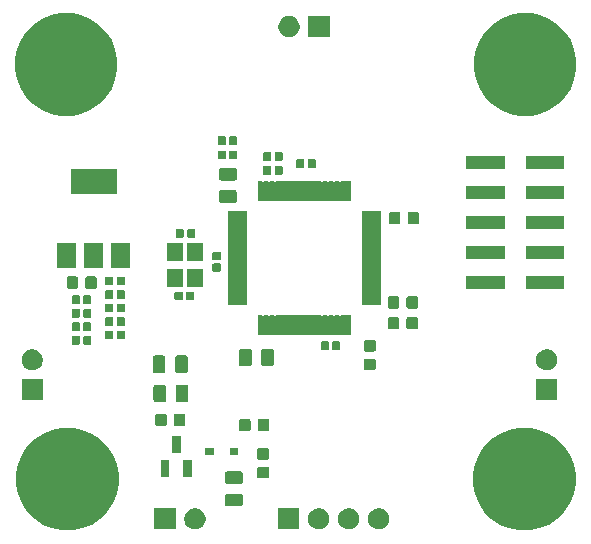
<source format=gbr>
G04 #@! TF.GenerationSoftware,KiCad,Pcbnew,(5.1.5)-3*
G04 #@! TF.CreationDate,2020-08-02T02:59:21-04:00*
G04 #@! TF.ProjectId,STM32F4,53544d33-3246-4342-9e6b-696361645f70,rev?*
G04 #@! TF.SameCoordinates,Original*
G04 #@! TF.FileFunction,Soldermask,Top*
G04 #@! TF.FilePolarity,Negative*
%FSLAX46Y46*%
G04 Gerber Fmt 4.6, Leading zero omitted, Abs format (unit mm)*
G04 Created by KiCad (PCBNEW (5.1.5)-3) date 2020-08-02 02:59:21*
%MOMM*%
%LPD*%
G04 APERTURE LIST*
%ADD10C,0.100000*%
G04 APERTURE END LIST*
D10*
G36*
X102021156Y-97272794D02*
G01*
X102742140Y-97416206D01*
X103533972Y-97744193D01*
X104246601Y-98220357D01*
X104852643Y-98826399D01*
X105328807Y-99539028D01*
X105656794Y-100330860D01*
X105824000Y-101171464D01*
X105824000Y-102028536D01*
X105656794Y-102869140D01*
X105328807Y-103660972D01*
X104852643Y-104373601D01*
X104246601Y-104979643D01*
X103533972Y-105455807D01*
X102742140Y-105783794D01*
X102021156Y-105927206D01*
X101901537Y-105951000D01*
X101044463Y-105951000D01*
X100924844Y-105927206D01*
X100203860Y-105783794D01*
X99412028Y-105455807D01*
X98699399Y-104979643D01*
X98093357Y-104373601D01*
X97617193Y-103660972D01*
X97289206Y-102869140D01*
X97122000Y-102028536D01*
X97122000Y-101171464D01*
X97289206Y-100330860D01*
X97617193Y-99539028D01*
X98093357Y-98826399D01*
X98699399Y-98220357D01*
X99412028Y-97744193D01*
X100203860Y-97416206D01*
X100924844Y-97272794D01*
X101044463Y-97249000D01*
X101901537Y-97249000D01*
X102021156Y-97272794D01*
G37*
G36*
X63349656Y-97272794D02*
G01*
X64070640Y-97416206D01*
X64862472Y-97744193D01*
X65575101Y-98220357D01*
X66181143Y-98826399D01*
X66657307Y-99539028D01*
X66985294Y-100330860D01*
X67152500Y-101171464D01*
X67152500Y-102028536D01*
X66985294Y-102869140D01*
X66657307Y-103660972D01*
X66181143Y-104373601D01*
X65575101Y-104979643D01*
X64862472Y-105455807D01*
X64070640Y-105783794D01*
X63349656Y-105927206D01*
X63230037Y-105951000D01*
X62372963Y-105951000D01*
X62253344Y-105927206D01*
X61532360Y-105783794D01*
X60740528Y-105455807D01*
X60027899Y-104979643D01*
X59421857Y-104373601D01*
X58945693Y-103660972D01*
X58617706Y-102869140D01*
X58450500Y-102028536D01*
X58450500Y-101171464D01*
X58617706Y-100330860D01*
X58945693Y-99539028D01*
X59421857Y-98826399D01*
X60027899Y-98220357D01*
X60740528Y-97744193D01*
X61532360Y-97416206D01*
X62253344Y-97272794D01*
X62372963Y-97249000D01*
X63230037Y-97249000D01*
X63349656Y-97272794D01*
G37*
G36*
X89267512Y-104069427D02*
G01*
X89416812Y-104099124D01*
X89580784Y-104167044D01*
X89728354Y-104265647D01*
X89853853Y-104391146D01*
X89952456Y-104538716D01*
X90020376Y-104702688D01*
X90055000Y-104876759D01*
X90055000Y-105054241D01*
X90020376Y-105228312D01*
X89952456Y-105392284D01*
X89853853Y-105539854D01*
X89728354Y-105665353D01*
X89580784Y-105763956D01*
X89416812Y-105831876D01*
X89267512Y-105861573D01*
X89242742Y-105866500D01*
X89065258Y-105866500D01*
X89040488Y-105861573D01*
X88891188Y-105831876D01*
X88727216Y-105763956D01*
X88579646Y-105665353D01*
X88454147Y-105539854D01*
X88355544Y-105392284D01*
X88287624Y-105228312D01*
X88253000Y-105054241D01*
X88253000Y-104876759D01*
X88287624Y-104702688D01*
X88355544Y-104538716D01*
X88454147Y-104391146D01*
X88579646Y-104265647D01*
X88727216Y-104167044D01*
X88891188Y-104099124D01*
X89040488Y-104069427D01*
X89065258Y-104064500D01*
X89242742Y-104064500D01*
X89267512Y-104069427D01*
G37*
G36*
X86727512Y-104069427D02*
G01*
X86876812Y-104099124D01*
X87040784Y-104167044D01*
X87188354Y-104265647D01*
X87313853Y-104391146D01*
X87412456Y-104538716D01*
X87480376Y-104702688D01*
X87515000Y-104876759D01*
X87515000Y-105054241D01*
X87480376Y-105228312D01*
X87412456Y-105392284D01*
X87313853Y-105539854D01*
X87188354Y-105665353D01*
X87040784Y-105763956D01*
X86876812Y-105831876D01*
X86727512Y-105861573D01*
X86702742Y-105866500D01*
X86525258Y-105866500D01*
X86500488Y-105861573D01*
X86351188Y-105831876D01*
X86187216Y-105763956D01*
X86039646Y-105665353D01*
X85914147Y-105539854D01*
X85815544Y-105392284D01*
X85747624Y-105228312D01*
X85713000Y-105054241D01*
X85713000Y-104876759D01*
X85747624Y-104702688D01*
X85815544Y-104538716D01*
X85914147Y-104391146D01*
X86039646Y-104265647D01*
X86187216Y-104167044D01*
X86351188Y-104099124D01*
X86500488Y-104069427D01*
X86525258Y-104064500D01*
X86702742Y-104064500D01*
X86727512Y-104069427D01*
G37*
G36*
X82435000Y-105866500D02*
G01*
X80633000Y-105866500D01*
X80633000Y-104064500D01*
X82435000Y-104064500D01*
X82435000Y-105866500D01*
G37*
G36*
X71957500Y-105866500D02*
G01*
X70155500Y-105866500D01*
X70155500Y-104064500D01*
X71957500Y-104064500D01*
X71957500Y-105866500D01*
G37*
G36*
X84187512Y-104069427D02*
G01*
X84336812Y-104099124D01*
X84500784Y-104167044D01*
X84648354Y-104265647D01*
X84773853Y-104391146D01*
X84872456Y-104538716D01*
X84940376Y-104702688D01*
X84975000Y-104876759D01*
X84975000Y-105054241D01*
X84940376Y-105228312D01*
X84872456Y-105392284D01*
X84773853Y-105539854D01*
X84648354Y-105665353D01*
X84500784Y-105763956D01*
X84336812Y-105831876D01*
X84187512Y-105861573D01*
X84162742Y-105866500D01*
X83985258Y-105866500D01*
X83960488Y-105861573D01*
X83811188Y-105831876D01*
X83647216Y-105763956D01*
X83499646Y-105665353D01*
X83374147Y-105539854D01*
X83275544Y-105392284D01*
X83207624Y-105228312D01*
X83173000Y-105054241D01*
X83173000Y-104876759D01*
X83207624Y-104702688D01*
X83275544Y-104538716D01*
X83374147Y-104391146D01*
X83499646Y-104265647D01*
X83647216Y-104167044D01*
X83811188Y-104099124D01*
X83960488Y-104069427D01*
X83985258Y-104064500D01*
X84162742Y-104064500D01*
X84187512Y-104069427D01*
G37*
G36*
X73710012Y-104069427D02*
G01*
X73859312Y-104099124D01*
X74023284Y-104167044D01*
X74170854Y-104265647D01*
X74296353Y-104391146D01*
X74394956Y-104538716D01*
X74462876Y-104702688D01*
X74497500Y-104876759D01*
X74497500Y-105054241D01*
X74462876Y-105228312D01*
X74394956Y-105392284D01*
X74296353Y-105539854D01*
X74170854Y-105665353D01*
X74023284Y-105763956D01*
X73859312Y-105831876D01*
X73710012Y-105861573D01*
X73685242Y-105866500D01*
X73507758Y-105866500D01*
X73482988Y-105861573D01*
X73333688Y-105831876D01*
X73169716Y-105763956D01*
X73022146Y-105665353D01*
X72896647Y-105539854D01*
X72798044Y-105392284D01*
X72730124Y-105228312D01*
X72695500Y-105054241D01*
X72695500Y-104876759D01*
X72730124Y-104702688D01*
X72798044Y-104538716D01*
X72896647Y-104391146D01*
X73022146Y-104265647D01*
X73169716Y-104167044D01*
X73333688Y-104099124D01*
X73482988Y-104069427D01*
X73507758Y-104064500D01*
X73685242Y-104064500D01*
X73710012Y-104069427D01*
G37*
G36*
X77482968Y-102829065D02*
G01*
X77521638Y-102840796D01*
X77557277Y-102859846D01*
X77588517Y-102885483D01*
X77614154Y-102916723D01*
X77633204Y-102952362D01*
X77644935Y-102991032D01*
X77649500Y-103037388D01*
X77649500Y-103688612D01*
X77644935Y-103734968D01*
X77633204Y-103773638D01*
X77614154Y-103809277D01*
X77588517Y-103840517D01*
X77557277Y-103866154D01*
X77521638Y-103885204D01*
X77482968Y-103896935D01*
X77436612Y-103901500D01*
X76360388Y-103901500D01*
X76314032Y-103896935D01*
X76275362Y-103885204D01*
X76239723Y-103866154D01*
X76208483Y-103840517D01*
X76182846Y-103809277D01*
X76163796Y-103773638D01*
X76152065Y-103734968D01*
X76147500Y-103688612D01*
X76147500Y-103037388D01*
X76152065Y-102991032D01*
X76163796Y-102952362D01*
X76182846Y-102916723D01*
X76208483Y-102885483D01*
X76239723Y-102859846D01*
X76275362Y-102840796D01*
X76314032Y-102829065D01*
X76360388Y-102824500D01*
X77436612Y-102824500D01*
X77482968Y-102829065D01*
G37*
G36*
X77482968Y-100954065D02*
G01*
X77521638Y-100965796D01*
X77557277Y-100984846D01*
X77588517Y-101010483D01*
X77614154Y-101041723D01*
X77633204Y-101077362D01*
X77644935Y-101116032D01*
X77649500Y-101162388D01*
X77649500Y-101813612D01*
X77644935Y-101859968D01*
X77633204Y-101898638D01*
X77614154Y-101934277D01*
X77588517Y-101965517D01*
X77557277Y-101991154D01*
X77521638Y-102010204D01*
X77482968Y-102021935D01*
X77436612Y-102026500D01*
X76360388Y-102026500D01*
X76314032Y-102021935D01*
X76275362Y-102010204D01*
X76239723Y-101991154D01*
X76208483Y-101965517D01*
X76182846Y-101934277D01*
X76163796Y-101898638D01*
X76152065Y-101859968D01*
X76147500Y-101813612D01*
X76147500Y-101162388D01*
X76152065Y-101116032D01*
X76163796Y-101077362D01*
X76182846Y-101041723D01*
X76208483Y-101010483D01*
X76239723Y-100984846D01*
X76275362Y-100965796D01*
X76314032Y-100954065D01*
X76360388Y-100949500D01*
X77436612Y-100949500D01*
X77482968Y-100954065D01*
G37*
G36*
X79754591Y-100569585D02*
G01*
X79788569Y-100579893D01*
X79819890Y-100596634D01*
X79847339Y-100619161D01*
X79869866Y-100646610D01*
X79886607Y-100677931D01*
X79896915Y-100711909D01*
X79901000Y-100753390D01*
X79901000Y-101354610D01*
X79896915Y-101396091D01*
X79886607Y-101430069D01*
X79869866Y-101461390D01*
X79847339Y-101488839D01*
X79819890Y-101511366D01*
X79788569Y-101528107D01*
X79754591Y-101538415D01*
X79713110Y-101542500D01*
X79036890Y-101542500D01*
X78995409Y-101538415D01*
X78961431Y-101528107D01*
X78930110Y-101511366D01*
X78902661Y-101488839D01*
X78880134Y-101461390D01*
X78863393Y-101430069D01*
X78853085Y-101396091D01*
X78849000Y-101354610D01*
X78849000Y-100753390D01*
X78853085Y-100711909D01*
X78863393Y-100677931D01*
X78880134Y-100646610D01*
X78902661Y-100619161D01*
X78930110Y-100596634D01*
X78961431Y-100579893D01*
X78995409Y-100569585D01*
X79036890Y-100565500D01*
X79713110Y-100565500D01*
X79754591Y-100569585D01*
G37*
G36*
X71429000Y-101465000D02*
G01*
X70689000Y-101465000D01*
X70689000Y-100025000D01*
X71429000Y-100025000D01*
X71429000Y-101465000D01*
G37*
G36*
X73329000Y-101465000D02*
G01*
X72589000Y-101465000D01*
X72589000Y-100025000D01*
X73329000Y-100025000D01*
X73329000Y-101465000D01*
G37*
G36*
X79754591Y-98994585D02*
G01*
X79788569Y-99004893D01*
X79819890Y-99021634D01*
X79847339Y-99044161D01*
X79869866Y-99071610D01*
X79886607Y-99102931D01*
X79896915Y-99136909D01*
X79901000Y-99178390D01*
X79901000Y-99779610D01*
X79896915Y-99821091D01*
X79886607Y-99855069D01*
X79869866Y-99886390D01*
X79847339Y-99913839D01*
X79819890Y-99936366D01*
X79788569Y-99953107D01*
X79754591Y-99963415D01*
X79713110Y-99967500D01*
X79036890Y-99967500D01*
X78995409Y-99963415D01*
X78961431Y-99953107D01*
X78930110Y-99936366D01*
X78902661Y-99913839D01*
X78880134Y-99886390D01*
X78863393Y-99855069D01*
X78853085Y-99821091D01*
X78849000Y-99779610D01*
X78849000Y-99178390D01*
X78853085Y-99136909D01*
X78863393Y-99102931D01*
X78880134Y-99071610D01*
X78902661Y-99044161D01*
X78930110Y-99021634D01*
X78961431Y-99004893D01*
X78995409Y-98994585D01*
X79036890Y-98990500D01*
X79713110Y-98990500D01*
X79754591Y-98994585D01*
G37*
G36*
X77283500Y-99526500D02*
G01*
X76581500Y-99526500D01*
X76581500Y-98974500D01*
X77283500Y-98974500D01*
X77283500Y-99526500D01*
G37*
G36*
X75183500Y-99526500D02*
G01*
X74481500Y-99526500D01*
X74481500Y-98974500D01*
X75183500Y-98974500D01*
X75183500Y-99526500D01*
G37*
G36*
X72379000Y-99365000D02*
G01*
X71639000Y-99365000D01*
X71639000Y-97925000D01*
X72379000Y-97925000D01*
X72379000Y-99365000D01*
G37*
G36*
X79742591Y-96506085D02*
G01*
X79776569Y-96516393D01*
X79807890Y-96533134D01*
X79835339Y-96555661D01*
X79857866Y-96583110D01*
X79874607Y-96614431D01*
X79884915Y-96648409D01*
X79889000Y-96689890D01*
X79889000Y-97366110D01*
X79884915Y-97407591D01*
X79874607Y-97441569D01*
X79857866Y-97472890D01*
X79835339Y-97500339D01*
X79807890Y-97522866D01*
X79776569Y-97539607D01*
X79742591Y-97549915D01*
X79701110Y-97554000D01*
X79099890Y-97554000D01*
X79058409Y-97549915D01*
X79024431Y-97539607D01*
X78993110Y-97522866D01*
X78965661Y-97500339D01*
X78943134Y-97472890D01*
X78926393Y-97441569D01*
X78916085Y-97407591D01*
X78912000Y-97366110D01*
X78912000Y-96689890D01*
X78916085Y-96648409D01*
X78926393Y-96614431D01*
X78943134Y-96583110D01*
X78965661Y-96555661D01*
X78993110Y-96533134D01*
X79024431Y-96516393D01*
X79058409Y-96506085D01*
X79099890Y-96502000D01*
X79701110Y-96502000D01*
X79742591Y-96506085D01*
G37*
G36*
X78167591Y-96506085D02*
G01*
X78201569Y-96516393D01*
X78232890Y-96533134D01*
X78260339Y-96555661D01*
X78282866Y-96583110D01*
X78299607Y-96614431D01*
X78309915Y-96648409D01*
X78314000Y-96689890D01*
X78314000Y-97366110D01*
X78309915Y-97407591D01*
X78299607Y-97441569D01*
X78282866Y-97472890D01*
X78260339Y-97500339D01*
X78232890Y-97522866D01*
X78201569Y-97539607D01*
X78167591Y-97549915D01*
X78126110Y-97554000D01*
X77524890Y-97554000D01*
X77483409Y-97549915D01*
X77449431Y-97539607D01*
X77418110Y-97522866D01*
X77390661Y-97500339D01*
X77368134Y-97472890D01*
X77351393Y-97441569D01*
X77341085Y-97407591D01*
X77337000Y-97366110D01*
X77337000Y-96689890D01*
X77341085Y-96648409D01*
X77351393Y-96614431D01*
X77368134Y-96583110D01*
X77390661Y-96555661D01*
X77418110Y-96533134D01*
X77449431Y-96516393D01*
X77483409Y-96506085D01*
X77524890Y-96502000D01*
X78126110Y-96502000D01*
X78167591Y-96506085D01*
G37*
G36*
X72630591Y-96061585D02*
G01*
X72664569Y-96071893D01*
X72695890Y-96088634D01*
X72723339Y-96111161D01*
X72745866Y-96138610D01*
X72762607Y-96169931D01*
X72772915Y-96203909D01*
X72777000Y-96245390D01*
X72777000Y-96921610D01*
X72772915Y-96963091D01*
X72762607Y-96997069D01*
X72745866Y-97028390D01*
X72723339Y-97055839D01*
X72695890Y-97078366D01*
X72664569Y-97095107D01*
X72630591Y-97105415D01*
X72589110Y-97109500D01*
X71987890Y-97109500D01*
X71946409Y-97105415D01*
X71912431Y-97095107D01*
X71881110Y-97078366D01*
X71853661Y-97055839D01*
X71831134Y-97028390D01*
X71814393Y-96997069D01*
X71804085Y-96963091D01*
X71800000Y-96921610D01*
X71800000Y-96245390D01*
X71804085Y-96203909D01*
X71814393Y-96169931D01*
X71831134Y-96138610D01*
X71853661Y-96111161D01*
X71881110Y-96088634D01*
X71912431Y-96071893D01*
X71946409Y-96061585D01*
X71987890Y-96057500D01*
X72589110Y-96057500D01*
X72630591Y-96061585D01*
G37*
G36*
X71055591Y-96061585D02*
G01*
X71089569Y-96071893D01*
X71120890Y-96088634D01*
X71148339Y-96111161D01*
X71170866Y-96138610D01*
X71187607Y-96169931D01*
X71197915Y-96203909D01*
X71202000Y-96245390D01*
X71202000Y-96921610D01*
X71197915Y-96963091D01*
X71187607Y-96997069D01*
X71170866Y-97028390D01*
X71148339Y-97055839D01*
X71120890Y-97078366D01*
X71089569Y-97095107D01*
X71055591Y-97105415D01*
X71014110Y-97109500D01*
X70412890Y-97109500D01*
X70371409Y-97105415D01*
X70337431Y-97095107D01*
X70306110Y-97078366D01*
X70278661Y-97055839D01*
X70256134Y-97028390D01*
X70239393Y-96997069D01*
X70229085Y-96963091D01*
X70225000Y-96921610D01*
X70225000Y-96245390D01*
X70229085Y-96203909D01*
X70239393Y-96169931D01*
X70256134Y-96138610D01*
X70278661Y-96111161D01*
X70306110Y-96088634D01*
X70337431Y-96071893D01*
X70371409Y-96061585D01*
X70412890Y-96057500D01*
X71014110Y-96057500D01*
X71055591Y-96061585D01*
G37*
G36*
X72873968Y-93614565D02*
G01*
X72912638Y-93626296D01*
X72948277Y-93645346D01*
X72979517Y-93670983D01*
X73005154Y-93702223D01*
X73024204Y-93737862D01*
X73035935Y-93776532D01*
X73040500Y-93822888D01*
X73040500Y-94899112D01*
X73035935Y-94945468D01*
X73024204Y-94984138D01*
X73005154Y-95019777D01*
X72979517Y-95051017D01*
X72948277Y-95076654D01*
X72912638Y-95095704D01*
X72873968Y-95107435D01*
X72827612Y-95112000D01*
X72176388Y-95112000D01*
X72130032Y-95107435D01*
X72091362Y-95095704D01*
X72055723Y-95076654D01*
X72024483Y-95051017D01*
X71998846Y-95019777D01*
X71979796Y-94984138D01*
X71968065Y-94945468D01*
X71963500Y-94899112D01*
X71963500Y-93822888D01*
X71968065Y-93776532D01*
X71979796Y-93737862D01*
X71998846Y-93702223D01*
X72024483Y-93670983D01*
X72055723Y-93645346D01*
X72091362Y-93626296D01*
X72130032Y-93614565D01*
X72176388Y-93610000D01*
X72827612Y-93610000D01*
X72873968Y-93614565D01*
G37*
G36*
X70998968Y-93614565D02*
G01*
X71037638Y-93626296D01*
X71073277Y-93645346D01*
X71104517Y-93670983D01*
X71130154Y-93702223D01*
X71149204Y-93737862D01*
X71160935Y-93776532D01*
X71165500Y-93822888D01*
X71165500Y-94899112D01*
X71160935Y-94945468D01*
X71149204Y-94984138D01*
X71130154Y-95019777D01*
X71104517Y-95051017D01*
X71073277Y-95076654D01*
X71037638Y-95095704D01*
X70998968Y-95107435D01*
X70952612Y-95112000D01*
X70301388Y-95112000D01*
X70255032Y-95107435D01*
X70216362Y-95095704D01*
X70180723Y-95076654D01*
X70149483Y-95051017D01*
X70123846Y-95019777D01*
X70104796Y-94984138D01*
X70093065Y-94945468D01*
X70088500Y-94899112D01*
X70088500Y-93822888D01*
X70093065Y-93776532D01*
X70104796Y-93737862D01*
X70123846Y-93702223D01*
X70149483Y-93670983D01*
X70180723Y-93645346D01*
X70216362Y-93626296D01*
X70255032Y-93614565D01*
X70301388Y-93610000D01*
X70952612Y-93610000D01*
X70998968Y-93614565D01*
G37*
G36*
X60718000Y-94944500D02*
G01*
X58916000Y-94944500D01*
X58916000Y-93142500D01*
X60718000Y-93142500D01*
X60718000Y-94944500D01*
G37*
G36*
X104279000Y-94944500D02*
G01*
X102477000Y-94944500D01*
X102477000Y-93142500D01*
X104279000Y-93142500D01*
X104279000Y-94944500D01*
G37*
G36*
X70935468Y-91138065D02*
G01*
X70974138Y-91149796D01*
X71009777Y-91168846D01*
X71041017Y-91194483D01*
X71066654Y-91225723D01*
X71085704Y-91261362D01*
X71097435Y-91300032D01*
X71102000Y-91346388D01*
X71102000Y-92422612D01*
X71097435Y-92468968D01*
X71085704Y-92507638D01*
X71066654Y-92543277D01*
X71041017Y-92574517D01*
X71009777Y-92600154D01*
X70974138Y-92619204D01*
X70935468Y-92630935D01*
X70889112Y-92635500D01*
X70237888Y-92635500D01*
X70191532Y-92630935D01*
X70152862Y-92619204D01*
X70117223Y-92600154D01*
X70085983Y-92574517D01*
X70060346Y-92543277D01*
X70041296Y-92507638D01*
X70029565Y-92468968D01*
X70025000Y-92422612D01*
X70025000Y-91346388D01*
X70029565Y-91300032D01*
X70041296Y-91261362D01*
X70060346Y-91225723D01*
X70085983Y-91194483D01*
X70117223Y-91168846D01*
X70152862Y-91149796D01*
X70191532Y-91138065D01*
X70237888Y-91133500D01*
X70889112Y-91133500D01*
X70935468Y-91138065D01*
G37*
G36*
X72810468Y-91138065D02*
G01*
X72849138Y-91149796D01*
X72884777Y-91168846D01*
X72916017Y-91194483D01*
X72941654Y-91225723D01*
X72960704Y-91261362D01*
X72972435Y-91300032D01*
X72977000Y-91346388D01*
X72977000Y-92422612D01*
X72972435Y-92468968D01*
X72960704Y-92507638D01*
X72941654Y-92543277D01*
X72916017Y-92574517D01*
X72884777Y-92600154D01*
X72849138Y-92619204D01*
X72810468Y-92630935D01*
X72764112Y-92635500D01*
X72112888Y-92635500D01*
X72066532Y-92630935D01*
X72027862Y-92619204D01*
X71992223Y-92600154D01*
X71960983Y-92574517D01*
X71935346Y-92543277D01*
X71916296Y-92507638D01*
X71904565Y-92468968D01*
X71900000Y-92422612D01*
X71900000Y-91346388D01*
X71904565Y-91300032D01*
X71916296Y-91261362D01*
X71935346Y-91225723D01*
X71960983Y-91194483D01*
X71992223Y-91168846D01*
X72027862Y-91149796D01*
X72066532Y-91138065D01*
X72112888Y-91133500D01*
X72764112Y-91133500D01*
X72810468Y-91138065D01*
G37*
G36*
X59930512Y-90607427D02*
G01*
X60079812Y-90637124D01*
X60243784Y-90705044D01*
X60391354Y-90803647D01*
X60516853Y-90929146D01*
X60615456Y-91076716D01*
X60683376Y-91240688D01*
X60718000Y-91414759D01*
X60718000Y-91592241D01*
X60683376Y-91766312D01*
X60615456Y-91930284D01*
X60516853Y-92077854D01*
X60391354Y-92203353D01*
X60243784Y-92301956D01*
X60079812Y-92369876D01*
X59930512Y-92399573D01*
X59905742Y-92404500D01*
X59728258Y-92404500D01*
X59703488Y-92399573D01*
X59554188Y-92369876D01*
X59390216Y-92301956D01*
X59242646Y-92203353D01*
X59117147Y-92077854D01*
X59018544Y-91930284D01*
X58950624Y-91766312D01*
X58916000Y-91592241D01*
X58916000Y-91414759D01*
X58950624Y-91240688D01*
X59018544Y-91076716D01*
X59117147Y-90929146D01*
X59242646Y-90803647D01*
X59390216Y-90705044D01*
X59554188Y-90637124D01*
X59703488Y-90607427D01*
X59728258Y-90602500D01*
X59905742Y-90602500D01*
X59930512Y-90607427D01*
G37*
G36*
X103491512Y-90607427D02*
G01*
X103640812Y-90637124D01*
X103804784Y-90705044D01*
X103952354Y-90803647D01*
X104077853Y-90929146D01*
X104176456Y-91076716D01*
X104244376Y-91240688D01*
X104279000Y-91414759D01*
X104279000Y-91592241D01*
X104244376Y-91766312D01*
X104176456Y-91930284D01*
X104077853Y-92077854D01*
X103952354Y-92203353D01*
X103804784Y-92301956D01*
X103640812Y-92369876D01*
X103491512Y-92399573D01*
X103466742Y-92404500D01*
X103289258Y-92404500D01*
X103264488Y-92399573D01*
X103115188Y-92369876D01*
X102951216Y-92301956D01*
X102803646Y-92203353D01*
X102678147Y-92077854D01*
X102579544Y-91930284D01*
X102511624Y-91766312D01*
X102477000Y-91592241D01*
X102477000Y-91414759D01*
X102511624Y-91240688D01*
X102579544Y-91076716D01*
X102678147Y-90929146D01*
X102803646Y-90803647D01*
X102951216Y-90705044D01*
X103115188Y-90637124D01*
X103264488Y-90607427D01*
X103289258Y-90602500D01*
X103466742Y-90602500D01*
X103491512Y-90607427D01*
G37*
G36*
X88779591Y-91403085D02*
G01*
X88813569Y-91413393D01*
X88844890Y-91430134D01*
X88872339Y-91452661D01*
X88894866Y-91480110D01*
X88911607Y-91511431D01*
X88921915Y-91545409D01*
X88926000Y-91586890D01*
X88926000Y-92188110D01*
X88921915Y-92229591D01*
X88911607Y-92263569D01*
X88894866Y-92294890D01*
X88872339Y-92322339D01*
X88844890Y-92344866D01*
X88813569Y-92361607D01*
X88779591Y-92371915D01*
X88738110Y-92376000D01*
X88061890Y-92376000D01*
X88020409Y-92371915D01*
X87986431Y-92361607D01*
X87955110Y-92344866D01*
X87927661Y-92322339D01*
X87905134Y-92294890D01*
X87888393Y-92263569D01*
X87878085Y-92229591D01*
X87874000Y-92188110D01*
X87874000Y-91586890D01*
X87878085Y-91545409D01*
X87888393Y-91511431D01*
X87905134Y-91480110D01*
X87927661Y-91452661D01*
X87955110Y-91430134D01*
X87986431Y-91413393D01*
X88020409Y-91403085D01*
X88061890Y-91399000D01*
X88738110Y-91399000D01*
X88779591Y-91403085D01*
G37*
G36*
X78234468Y-90553565D02*
G01*
X78273138Y-90565296D01*
X78308777Y-90584346D01*
X78340017Y-90609983D01*
X78365654Y-90641223D01*
X78384704Y-90676862D01*
X78396435Y-90715532D01*
X78401000Y-90761888D01*
X78401000Y-91838112D01*
X78396435Y-91884468D01*
X78384704Y-91923138D01*
X78365654Y-91958777D01*
X78340017Y-91990017D01*
X78308777Y-92015654D01*
X78273138Y-92034704D01*
X78234468Y-92046435D01*
X78188112Y-92051000D01*
X77536888Y-92051000D01*
X77490532Y-92046435D01*
X77451862Y-92034704D01*
X77416223Y-92015654D01*
X77384983Y-91990017D01*
X77359346Y-91958777D01*
X77340296Y-91923138D01*
X77328565Y-91884468D01*
X77324000Y-91838112D01*
X77324000Y-90761888D01*
X77328565Y-90715532D01*
X77340296Y-90676862D01*
X77359346Y-90641223D01*
X77384983Y-90609983D01*
X77416223Y-90584346D01*
X77451862Y-90565296D01*
X77490532Y-90553565D01*
X77536888Y-90549000D01*
X78188112Y-90549000D01*
X78234468Y-90553565D01*
G37*
G36*
X80109468Y-90553565D02*
G01*
X80148138Y-90565296D01*
X80183777Y-90584346D01*
X80215017Y-90609983D01*
X80240654Y-90641223D01*
X80259704Y-90676862D01*
X80271435Y-90715532D01*
X80276000Y-90761888D01*
X80276000Y-91838112D01*
X80271435Y-91884468D01*
X80259704Y-91923138D01*
X80240654Y-91958777D01*
X80215017Y-91990017D01*
X80183777Y-92015654D01*
X80148138Y-92034704D01*
X80109468Y-92046435D01*
X80063112Y-92051000D01*
X79411888Y-92051000D01*
X79365532Y-92046435D01*
X79326862Y-92034704D01*
X79291223Y-92015654D01*
X79259983Y-91990017D01*
X79234346Y-91958777D01*
X79215296Y-91923138D01*
X79203565Y-91884468D01*
X79199000Y-91838112D01*
X79199000Y-90761888D01*
X79203565Y-90715532D01*
X79215296Y-90676862D01*
X79234346Y-90641223D01*
X79259983Y-90609983D01*
X79291223Y-90584346D01*
X79326862Y-90565296D01*
X79365532Y-90553565D01*
X79411888Y-90549000D01*
X80063112Y-90549000D01*
X80109468Y-90553565D01*
G37*
G36*
X88779591Y-89828085D02*
G01*
X88813569Y-89838393D01*
X88844890Y-89855134D01*
X88872339Y-89877661D01*
X88894866Y-89905110D01*
X88911607Y-89936431D01*
X88921915Y-89970409D01*
X88926000Y-90011890D01*
X88926000Y-90613110D01*
X88921915Y-90654591D01*
X88911607Y-90688569D01*
X88894866Y-90719890D01*
X88872339Y-90747339D01*
X88844890Y-90769866D01*
X88813569Y-90786607D01*
X88779591Y-90796915D01*
X88738110Y-90801000D01*
X88061890Y-90801000D01*
X88020409Y-90796915D01*
X87986431Y-90786607D01*
X87955110Y-90769866D01*
X87927661Y-90747339D01*
X87905134Y-90719890D01*
X87888393Y-90688569D01*
X87878085Y-90654591D01*
X87874000Y-90613110D01*
X87874000Y-90011890D01*
X87878085Y-89970409D01*
X87888393Y-89936431D01*
X87905134Y-89905110D01*
X87927661Y-89877661D01*
X87955110Y-89855134D01*
X87986431Y-89838393D01*
X88020409Y-89828085D01*
X88061890Y-89824000D01*
X88738110Y-89824000D01*
X88779591Y-89828085D01*
G37*
G36*
X84861938Y-89954116D02*
G01*
X84882557Y-89960371D01*
X84901553Y-89970524D01*
X84918208Y-89984192D01*
X84931876Y-90000847D01*
X84942029Y-90019843D01*
X84948284Y-90040462D01*
X84951000Y-90068040D01*
X84951000Y-90576760D01*
X84948284Y-90604338D01*
X84942029Y-90624957D01*
X84931876Y-90643953D01*
X84918208Y-90660608D01*
X84901553Y-90674276D01*
X84882557Y-90684429D01*
X84861938Y-90690684D01*
X84834360Y-90693400D01*
X84375640Y-90693400D01*
X84348062Y-90690684D01*
X84327443Y-90684429D01*
X84308447Y-90674276D01*
X84291792Y-90660608D01*
X84278124Y-90643953D01*
X84267971Y-90624957D01*
X84261716Y-90604338D01*
X84259000Y-90576760D01*
X84259000Y-90068040D01*
X84261716Y-90040462D01*
X84267971Y-90019843D01*
X84278124Y-90000847D01*
X84291792Y-89984192D01*
X84308447Y-89970524D01*
X84327443Y-89960371D01*
X84348062Y-89954116D01*
X84375640Y-89951400D01*
X84834360Y-89951400D01*
X84861938Y-89954116D01*
G37*
G36*
X85831938Y-89954116D02*
G01*
X85852557Y-89960371D01*
X85871553Y-89970524D01*
X85888208Y-89984192D01*
X85901876Y-90000847D01*
X85912029Y-90019843D01*
X85918284Y-90040462D01*
X85921000Y-90068040D01*
X85921000Y-90576760D01*
X85918284Y-90604338D01*
X85912029Y-90624957D01*
X85901876Y-90643953D01*
X85888208Y-90660608D01*
X85871553Y-90674276D01*
X85852557Y-90684429D01*
X85831938Y-90690684D01*
X85804360Y-90693400D01*
X85345640Y-90693400D01*
X85318062Y-90690684D01*
X85297443Y-90684429D01*
X85278447Y-90674276D01*
X85261792Y-90660608D01*
X85248124Y-90643953D01*
X85237971Y-90624957D01*
X85231716Y-90604338D01*
X85229000Y-90576760D01*
X85229000Y-90068040D01*
X85231716Y-90040462D01*
X85237971Y-90019843D01*
X85248124Y-90000847D01*
X85261792Y-89984192D01*
X85278447Y-89970524D01*
X85297443Y-89960371D01*
X85318062Y-89954116D01*
X85345640Y-89951400D01*
X85804360Y-89951400D01*
X85831938Y-89954116D01*
G37*
G36*
X64749938Y-89484216D02*
G01*
X64770557Y-89490471D01*
X64789553Y-89500624D01*
X64806208Y-89514292D01*
X64819876Y-89530947D01*
X64830029Y-89549943D01*
X64836284Y-89570562D01*
X64839000Y-89598140D01*
X64839000Y-90106860D01*
X64836284Y-90134438D01*
X64830029Y-90155057D01*
X64819876Y-90174053D01*
X64806208Y-90190708D01*
X64789553Y-90204376D01*
X64770557Y-90214529D01*
X64749938Y-90220784D01*
X64722360Y-90223500D01*
X64263640Y-90223500D01*
X64236062Y-90220784D01*
X64215443Y-90214529D01*
X64196447Y-90204376D01*
X64179792Y-90190708D01*
X64166124Y-90174053D01*
X64155971Y-90155057D01*
X64149716Y-90134438D01*
X64147000Y-90106860D01*
X64147000Y-89598140D01*
X64149716Y-89570562D01*
X64155971Y-89549943D01*
X64166124Y-89530947D01*
X64179792Y-89514292D01*
X64196447Y-89500624D01*
X64215443Y-89490471D01*
X64236062Y-89484216D01*
X64263640Y-89481500D01*
X64722360Y-89481500D01*
X64749938Y-89484216D01*
G37*
G36*
X63779938Y-89484216D02*
G01*
X63800557Y-89490471D01*
X63819553Y-89500624D01*
X63836208Y-89514292D01*
X63849876Y-89530947D01*
X63860029Y-89549943D01*
X63866284Y-89570562D01*
X63869000Y-89598140D01*
X63869000Y-90106860D01*
X63866284Y-90134438D01*
X63860029Y-90155057D01*
X63849876Y-90174053D01*
X63836208Y-90190708D01*
X63819553Y-90204376D01*
X63800557Y-90214529D01*
X63779938Y-90220784D01*
X63752360Y-90223500D01*
X63293640Y-90223500D01*
X63266062Y-90220784D01*
X63245443Y-90214529D01*
X63226447Y-90204376D01*
X63209792Y-90190708D01*
X63196124Y-90174053D01*
X63185971Y-90155057D01*
X63179716Y-90134438D01*
X63177000Y-90106860D01*
X63177000Y-89598140D01*
X63179716Y-89570562D01*
X63185971Y-89549943D01*
X63196124Y-89530947D01*
X63209792Y-89514292D01*
X63226447Y-89500624D01*
X63245443Y-89490471D01*
X63266062Y-89484216D01*
X63293640Y-89481500D01*
X63752360Y-89481500D01*
X63779938Y-89484216D01*
G37*
G36*
X67578938Y-89039716D02*
G01*
X67599557Y-89045971D01*
X67618553Y-89056124D01*
X67635208Y-89069792D01*
X67648876Y-89086447D01*
X67659029Y-89105443D01*
X67665284Y-89126062D01*
X67668000Y-89153640D01*
X67668000Y-89662360D01*
X67665284Y-89689938D01*
X67659029Y-89710557D01*
X67648876Y-89729553D01*
X67635208Y-89746208D01*
X67618553Y-89759876D01*
X67599557Y-89770029D01*
X67578938Y-89776284D01*
X67551360Y-89779000D01*
X67092640Y-89779000D01*
X67065062Y-89776284D01*
X67044443Y-89770029D01*
X67025447Y-89759876D01*
X67008792Y-89746208D01*
X66995124Y-89729553D01*
X66984971Y-89710557D01*
X66978716Y-89689938D01*
X66976000Y-89662360D01*
X66976000Y-89153640D01*
X66978716Y-89126062D01*
X66984971Y-89105443D01*
X66995124Y-89086447D01*
X67008792Y-89069792D01*
X67025447Y-89056124D01*
X67044443Y-89045971D01*
X67065062Y-89039716D01*
X67092640Y-89037000D01*
X67551360Y-89037000D01*
X67578938Y-89039716D01*
G37*
G36*
X66608938Y-89039716D02*
G01*
X66629557Y-89045971D01*
X66648553Y-89056124D01*
X66665208Y-89069792D01*
X66678876Y-89086447D01*
X66689029Y-89105443D01*
X66695284Y-89126062D01*
X66698000Y-89153640D01*
X66698000Y-89662360D01*
X66695284Y-89689938D01*
X66689029Y-89710557D01*
X66678876Y-89729553D01*
X66665208Y-89746208D01*
X66648553Y-89759876D01*
X66629557Y-89770029D01*
X66608938Y-89776284D01*
X66581360Y-89779000D01*
X66122640Y-89779000D01*
X66095062Y-89776284D01*
X66074443Y-89770029D01*
X66055447Y-89759876D01*
X66038792Y-89746208D01*
X66025124Y-89729553D01*
X66014971Y-89710557D01*
X66008716Y-89689938D01*
X66006000Y-89662360D01*
X66006000Y-89153640D01*
X66008716Y-89126062D01*
X66014971Y-89105443D01*
X66025124Y-89086447D01*
X66038792Y-89069792D01*
X66055447Y-89056124D01*
X66074443Y-89045971D01*
X66095062Y-89039716D01*
X66122640Y-89037000D01*
X66581360Y-89037000D01*
X66608938Y-89039716D01*
G37*
G36*
X79287795Y-87743223D02*
G01*
X79294809Y-87745351D01*
X79308577Y-87752710D01*
X79331216Y-87762087D01*
X79355249Y-87766867D01*
X79379753Y-87766867D01*
X79403786Y-87762086D01*
X79426423Y-87752710D01*
X79440191Y-87745351D01*
X79447205Y-87743223D01*
X79460640Y-87741900D01*
X79774360Y-87741900D01*
X79787795Y-87743223D01*
X79794809Y-87745351D01*
X79808577Y-87752710D01*
X79831216Y-87762087D01*
X79855249Y-87766867D01*
X79879753Y-87766867D01*
X79903786Y-87762086D01*
X79926423Y-87752710D01*
X79940191Y-87745351D01*
X79947205Y-87743223D01*
X79960640Y-87741900D01*
X80274360Y-87741900D01*
X80287795Y-87743223D01*
X80294809Y-87745351D01*
X80308577Y-87752710D01*
X80331216Y-87762087D01*
X80355249Y-87766867D01*
X80379753Y-87766867D01*
X80403786Y-87762086D01*
X80426423Y-87752710D01*
X80440191Y-87745351D01*
X80447205Y-87743223D01*
X80460640Y-87741900D01*
X80774360Y-87741900D01*
X80787795Y-87743223D01*
X80794809Y-87745351D01*
X80808577Y-87752710D01*
X80831216Y-87762087D01*
X80855249Y-87766867D01*
X80879753Y-87766867D01*
X80903786Y-87762086D01*
X80926423Y-87752710D01*
X80940191Y-87745351D01*
X80947205Y-87743223D01*
X80960640Y-87741900D01*
X81274360Y-87741900D01*
X81287795Y-87743223D01*
X81294809Y-87745351D01*
X81308577Y-87752710D01*
X81331216Y-87762087D01*
X81355249Y-87766867D01*
X81379753Y-87766867D01*
X81403786Y-87762086D01*
X81426423Y-87752710D01*
X81440191Y-87745351D01*
X81447205Y-87743223D01*
X81460640Y-87741900D01*
X81774360Y-87741900D01*
X81787795Y-87743223D01*
X81794809Y-87745351D01*
X81808577Y-87752710D01*
X81831216Y-87762087D01*
X81855249Y-87766867D01*
X81879753Y-87766867D01*
X81903786Y-87762086D01*
X81926423Y-87752710D01*
X81940191Y-87745351D01*
X81947205Y-87743223D01*
X81960640Y-87741900D01*
X82274360Y-87741900D01*
X82287795Y-87743223D01*
X82294809Y-87745351D01*
X82308577Y-87752710D01*
X82331216Y-87762087D01*
X82355249Y-87766867D01*
X82379753Y-87766867D01*
X82403786Y-87762086D01*
X82426423Y-87752710D01*
X82440191Y-87745351D01*
X82447205Y-87743223D01*
X82460640Y-87741900D01*
X82774360Y-87741900D01*
X82787795Y-87743223D01*
X82794809Y-87745351D01*
X82808577Y-87752710D01*
X82831216Y-87762087D01*
X82855249Y-87766867D01*
X82879753Y-87766867D01*
X82903786Y-87762086D01*
X82926423Y-87752710D01*
X82940191Y-87745351D01*
X82947205Y-87743223D01*
X82960640Y-87741900D01*
X83274360Y-87741900D01*
X83287795Y-87743223D01*
X83294809Y-87745351D01*
X83308577Y-87752710D01*
X83331216Y-87762087D01*
X83355249Y-87766867D01*
X83379753Y-87766867D01*
X83403786Y-87762086D01*
X83426423Y-87752710D01*
X83440191Y-87745351D01*
X83447205Y-87743223D01*
X83460640Y-87741900D01*
X83774360Y-87741900D01*
X83787795Y-87743223D01*
X83794809Y-87745351D01*
X83808577Y-87752710D01*
X83831216Y-87762087D01*
X83855249Y-87766867D01*
X83879753Y-87766867D01*
X83903786Y-87762086D01*
X83926423Y-87752710D01*
X83940191Y-87745351D01*
X83947205Y-87743223D01*
X83960640Y-87741900D01*
X84274360Y-87741900D01*
X84287795Y-87743223D01*
X84294809Y-87745351D01*
X84308577Y-87752710D01*
X84331216Y-87762087D01*
X84355249Y-87766867D01*
X84379753Y-87766867D01*
X84403786Y-87762086D01*
X84426423Y-87752710D01*
X84440191Y-87745351D01*
X84447205Y-87743223D01*
X84460640Y-87741900D01*
X84774360Y-87741900D01*
X84787795Y-87743223D01*
X84794809Y-87745351D01*
X84808577Y-87752710D01*
X84831216Y-87762087D01*
X84855249Y-87766867D01*
X84879753Y-87766867D01*
X84903786Y-87762086D01*
X84926423Y-87752710D01*
X84940191Y-87745351D01*
X84947205Y-87743223D01*
X84960640Y-87741900D01*
X85274360Y-87741900D01*
X85287795Y-87743223D01*
X85294809Y-87745351D01*
X85308577Y-87752710D01*
X85331216Y-87762087D01*
X85355249Y-87766867D01*
X85379753Y-87766867D01*
X85403786Y-87762086D01*
X85426423Y-87752710D01*
X85440191Y-87745351D01*
X85447205Y-87743223D01*
X85460640Y-87741900D01*
X85774360Y-87741900D01*
X85787795Y-87743223D01*
X85794809Y-87745351D01*
X85808577Y-87752710D01*
X85831216Y-87762087D01*
X85855249Y-87766867D01*
X85879753Y-87766867D01*
X85903786Y-87762086D01*
X85926423Y-87752710D01*
X85940191Y-87745351D01*
X85947205Y-87743223D01*
X85960640Y-87741900D01*
X86274360Y-87741900D01*
X86287795Y-87743223D01*
X86294809Y-87745351D01*
X86308577Y-87752710D01*
X86331216Y-87762087D01*
X86355249Y-87766867D01*
X86379753Y-87766867D01*
X86403786Y-87762086D01*
X86426423Y-87752710D01*
X86440191Y-87745351D01*
X86447205Y-87743223D01*
X86460640Y-87741900D01*
X86774360Y-87741900D01*
X86787795Y-87743223D01*
X86794810Y-87745351D01*
X86801276Y-87748808D01*
X86806942Y-87753458D01*
X86811592Y-87759124D01*
X86815049Y-87765590D01*
X86817177Y-87772605D01*
X86818500Y-87786040D01*
X86818500Y-89349760D01*
X86817177Y-89363195D01*
X86815049Y-89370210D01*
X86811592Y-89376676D01*
X86806942Y-89382342D01*
X86801276Y-89386992D01*
X86794810Y-89390449D01*
X86787795Y-89392577D01*
X86774360Y-89393900D01*
X86460640Y-89393900D01*
X86447205Y-89392577D01*
X86440191Y-89390449D01*
X86426423Y-89383090D01*
X86403784Y-89373713D01*
X86379751Y-89368933D01*
X86355247Y-89368933D01*
X86331214Y-89373714D01*
X86308577Y-89383090D01*
X86294809Y-89390449D01*
X86287795Y-89392577D01*
X86274360Y-89393900D01*
X85960640Y-89393900D01*
X85947205Y-89392577D01*
X85940191Y-89390449D01*
X85926423Y-89383090D01*
X85903784Y-89373713D01*
X85879751Y-89368933D01*
X85855247Y-89368933D01*
X85831214Y-89373714D01*
X85808577Y-89383090D01*
X85794809Y-89390449D01*
X85787795Y-89392577D01*
X85774360Y-89393900D01*
X85460640Y-89393900D01*
X85447205Y-89392577D01*
X85440191Y-89390449D01*
X85426423Y-89383090D01*
X85403784Y-89373713D01*
X85379751Y-89368933D01*
X85355247Y-89368933D01*
X85331214Y-89373714D01*
X85308577Y-89383090D01*
X85294809Y-89390449D01*
X85287795Y-89392577D01*
X85274360Y-89393900D01*
X84960640Y-89393900D01*
X84947205Y-89392577D01*
X84940191Y-89390449D01*
X84926423Y-89383090D01*
X84903784Y-89373713D01*
X84879751Y-89368933D01*
X84855247Y-89368933D01*
X84831214Y-89373714D01*
X84808577Y-89383090D01*
X84794809Y-89390449D01*
X84787795Y-89392577D01*
X84774360Y-89393900D01*
X84460640Y-89393900D01*
X84447205Y-89392577D01*
X84440191Y-89390449D01*
X84426423Y-89383090D01*
X84403784Y-89373713D01*
X84379751Y-89368933D01*
X84355247Y-89368933D01*
X84331214Y-89373714D01*
X84308577Y-89383090D01*
X84294809Y-89390449D01*
X84287795Y-89392577D01*
X84274360Y-89393900D01*
X83960640Y-89393900D01*
X83947205Y-89392577D01*
X83940191Y-89390449D01*
X83926423Y-89383090D01*
X83903784Y-89373713D01*
X83879751Y-89368933D01*
X83855247Y-89368933D01*
X83831214Y-89373714D01*
X83808577Y-89383090D01*
X83794809Y-89390449D01*
X83787795Y-89392577D01*
X83774360Y-89393900D01*
X83460640Y-89393900D01*
X83447205Y-89392577D01*
X83440191Y-89390449D01*
X83426423Y-89383090D01*
X83403784Y-89373713D01*
X83379751Y-89368933D01*
X83355247Y-89368933D01*
X83331214Y-89373714D01*
X83308577Y-89383090D01*
X83294809Y-89390449D01*
X83287795Y-89392577D01*
X83274360Y-89393900D01*
X82960640Y-89393900D01*
X82947205Y-89392577D01*
X82940191Y-89390449D01*
X82926423Y-89383090D01*
X82903784Y-89373713D01*
X82879751Y-89368933D01*
X82855247Y-89368933D01*
X82831214Y-89373714D01*
X82808577Y-89383090D01*
X82794809Y-89390449D01*
X82787795Y-89392577D01*
X82774360Y-89393900D01*
X82460640Y-89393900D01*
X82447205Y-89392577D01*
X82440191Y-89390449D01*
X82426423Y-89383090D01*
X82403784Y-89373713D01*
X82379751Y-89368933D01*
X82355247Y-89368933D01*
X82331214Y-89373714D01*
X82308577Y-89383090D01*
X82294809Y-89390449D01*
X82287795Y-89392577D01*
X82274360Y-89393900D01*
X81960640Y-89393900D01*
X81947205Y-89392577D01*
X81940191Y-89390449D01*
X81926423Y-89383090D01*
X81903784Y-89373713D01*
X81879751Y-89368933D01*
X81855247Y-89368933D01*
X81831214Y-89373714D01*
X81808577Y-89383090D01*
X81794809Y-89390449D01*
X81787795Y-89392577D01*
X81774360Y-89393900D01*
X81460640Y-89393900D01*
X81447205Y-89392577D01*
X81440191Y-89390449D01*
X81426423Y-89383090D01*
X81403784Y-89373713D01*
X81379751Y-89368933D01*
X81355247Y-89368933D01*
X81331214Y-89373714D01*
X81308577Y-89383090D01*
X81294809Y-89390449D01*
X81287795Y-89392577D01*
X81274360Y-89393900D01*
X80960640Y-89393900D01*
X80947205Y-89392577D01*
X80940191Y-89390449D01*
X80926423Y-89383090D01*
X80903784Y-89373713D01*
X80879751Y-89368933D01*
X80855247Y-89368933D01*
X80831214Y-89373714D01*
X80808577Y-89383090D01*
X80794809Y-89390449D01*
X80787795Y-89392577D01*
X80774360Y-89393900D01*
X80460640Y-89393900D01*
X80447205Y-89392577D01*
X80440191Y-89390449D01*
X80426423Y-89383090D01*
X80403784Y-89373713D01*
X80379751Y-89368933D01*
X80355247Y-89368933D01*
X80331214Y-89373714D01*
X80308577Y-89383090D01*
X80294809Y-89390449D01*
X80287795Y-89392577D01*
X80274360Y-89393900D01*
X79960640Y-89393900D01*
X79947205Y-89392577D01*
X79940191Y-89390449D01*
X79926423Y-89383090D01*
X79903784Y-89373713D01*
X79879751Y-89368933D01*
X79855247Y-89368933D01*
X79831214Y-89373714D01*
X79808577Y-89383090D01*
X79794809Y-89390449D01*
X79787795Y-89392577D01*
X79774360Y-89393900D01*
X79460640Y-89393900D01*
X79447205Y-89392577D01*
X79440191Y-89390449D01*
X79426423Y-89383090D01*
X79403784Y-89373713D01*
X79379751Y-89368933D01*
X79355247Y-89368933D01*
X79331214Y-89373714D01*
X79308577Y-89383090D01*
X79294809Y-89390449D01*
X79287795Y-89392577D01*
X79274360Y-89393900D01*
X78960640Y-89393900D01*
X78947205Y-89392577D01*
X78940190Y-89390449D01*
X78933724Y-89386992D01*
X78928058Y-89382342D01*
X78923408Y-89376676D01*
X78919951Y-89370210D01*
X78917823Y-89363195D01*
X78916500Y-89349760D01*
X78916500Y-87786040D01*
X78917823Y-87772605D01*
X78919951Y-87765590D01*
X78923408Y-87759124D01*
X78928058Y-87753458D01*
X78933724Y-87748808D01*
X78940190Y-87745351D01*
X78947205Y-87743223D01*
X78960640Y-87741900D01*
X79274360Y-87741900D01*
X79287795Y-87743223D01*
G37*
G36*
X64749938Y-88341216D02*
G01*
X64770557Y-88347471D01*
X64789553Y-88357624D01*
X64806208Y-88371292D01*
X64819876Y-88387947D01*
X64830029Y-88406943D01*
X64836284Y-88427562D01*
X64839000Y-88455140D01*
X64839000Y-88963860D01*
X64836284Y-88991438D01*
X64830029Y-89012057D01*
X64819876Y-89031053D01*
X64806208Y-89047708D01*
X64789553Y-89061376D01*
X64770557Y-89071529D01*
X64749938Y-89077784D01*
X64722360Y-89080500D01*
X64263640Y-89080500D01*
X64236062Y-89077784D01*
X64215443Y-89071529D01*
X64196447Y-89061376D01*
X64179792Y-89047708D01*
X64166124Y-89031053D01*
X64155971Y-89012057D01*
X64149716Y-88991438D01*
X64147000Y-88963860D01*
X64147000Y-88455140D01*
X64149716Y-88427562D01*
X64155971Y-88406943D01*
X64166124Y-88387947D01*
X64179792Y-88371292D01*
X64196447Y-88357624D01*
X64215443Y-88347471D01*
X64236062Y-88341216D01*
X64263640Y-88338500D01*
X64722360Y-88338500D01*
X64749938Y-88341216D01*
G37*
G36*
X63779938Y-88341216D02*
G01*
X63800557Y-88347471D01*
X63819553Y-88357624D01*
X63836208Y-88371292D01*
X63849876Y-88387947D01*
X63860029Y-88406943D01*
X63866284Y-88427562D01*
X63869000Y-88455140D01*
X63869000Y-88963860D01*
X63866284Y-88991438D01*
X63860029Y-89012057D01*
X63849876Y-89031053D01*
X63836208Y-89047708D01*
X63819553Y-89061376D01*
X63800557Y-89071529D01*
X63779938Y-89077784D01*
X63752360Y-89080500D01*
X63293640Y-89080500D01*
X63266062Y-89077784D01*
X63245443Y-89071529D01*
X63226447Y-89061376D01*
X63209792Y-89047708D01*
X63196124Y-89031053D01*
X63185971Y-89012057D01*
X63179716Y-88991438D01*
X63177000Y-88963860D01*
X63177000Y-88455140D01*
X63179716Y-88427562D01*
X63185971Y-88406943D01*
X63196124Y-88387947D01*
X63209792Y-88371292D01*
X63226447Y-88357624D01*
X63245443Y-88347471D01*
X63266062Y-88341216D01*
X63293640Y-88338500D01*
X63752360Y-88338500D01*
X63779938Y-88341216D01*
G37*
G36*
X92329591Y-87878085D02*
G01*
X92363569Y-87888393D01*
X92394890Y-87905134D01*
X92422339Y-87927661D01*
X92444866Y-87955110D01*
X92461607Y-87986431D01*
X92471915Y-88020409D01*
X92476000Y-88061890D01*
X92476000Y-88738110D01*
X92471915Y-88779591D01*
X92461607Y-88813569D01*
X92444866Y-88844890D01*
X92422339Y-88872339D01*
X92394890Y-88894866D01*
X92363569Y-88911607D01*
X92329591Y-88921915D01*
X92288110Y-88926000D01*
X91686890Y-88926000D01*
X91645409Y-88921915D01*
X91611431Y-88911607D01*
X91580110Y-88894866D01*
X91552661Y-88872339D01*
X91530134Y-88844890D01*
X91513393Y-88813569D01*
X91503085Y-88779591D01*
X91499000Y-88738110D01*
X91499000Y-88061890D01*
X91503085Y-88020409D01*
X91513393Y-87986431D01*
X91530134Y-87955110D01*
X91552661Y-87927661D01*
X91580110Y-87905134D01*
X91611431Y-87888393D01*
X91645409Y-87878085D01*
X91686890Y-87874000D01*
X92288110Y-87874000D01*
X92329591Y-87878085D01*
G37*
G36*
X90754591Y-87878085D02*
G01*
X90788569Y-87888393D01*
X90819890Y-87905134D01*
X90847339Y-87927661D01*
X90869866Y-87955110D01*
X90886607Y-87986431D01*
X90896915Y-88020409D01*
X90901000Y-88061890D01*
X90901000Y-88738110D01*
X90896915Y-88779591D01*
X90886607Y-88813569D01*
X90869866Y-88844890D01*
X90847339Y-88872339D01*
X90819890Y-88894866D01*
X90788569Y-88911607D01*
X90754591Y-88921915D01*
X90713110Y-88926000D01*
X90111890Y-88926000D01*
X90070409Y-88921915D01*
X90036431Y-88911607D01*
X90005110Y-88894866D01*
X89977661Y-88872339D01*
X89955134Y-88844890D01*
X89938393Y-88813569D01*
X89928085Y-88779591D01*
X89924000Y-88738110D01*
X89924000Y-88061890D01*
X89928085Y-88020409D01*
X89938393Y-87986431D01*
X89955134Y-87955110D01*
X89977661Y-87927661D01*
X90005110Y-87905134D01*
X90036431Y-87888393D01*
X90070409Y-87878085D01*
X90111890Y-87874000D01*
X90713110Y-87874000D01*
X90754591Y-87878085D01*
G37*
G36*
X66608938Y-87896716D02*
G01*
X66629557Y-87902971D01*
X66648553Y-87913124D01*
X66665208Y-87926792D01*
X66678876Y-87943447D01*
X66689029Y-87962443D01*
X66695284Y-87983062D01*
X66698000Y-88010640D01*
X66698000Y-88519360D01*
X66695284Y-88546938D01*
X66689029Y-88567557D01*
X66678876Y-88586553D01*
X66665208Y-88603208D01*
X66648553Y-88616876D01*
X66629557Y-88627029D01*
X66608938Y-88633284D01*
X66581360Y-88636000D01*
X66122640Y-88636000D01*
X66095062Y-88633284D01*
X66074443Y-88627029D01*
X66055447Y-88616876D01*
X66038792Y-88603208D01*
X66025124Y-88586553D01*
X66014971Y-88567557D01*
X66008716Y-88546938D01*
X66006000Y-88519360D01*
X66006000Y-88010640D01*
X66008716Y-87983062D01*
X66014971Y-87962443D01*
X66025124Y-87943447D01*
X66038792Y-87926792D01*
X66055447Y-87913124D01*
X66074443Y-87902971D01*
X66095062Y-87896716D01*
X66122640Y-87894000D01*
X66581360Y-87894000D01*
X66608938Y-87896716D01*
G37*
G36*
X67578938Y-87896716D02*
G01*
X67599557Y-87902971D01*
X67618553Y-87913124D01*
X67635208Y-87926792D01*
X67648876Y-87943447D01*
X67659029Y-87962443D01*
X67665284Y-87983062D01*
X67668000Y-88010640D01*
X67668000Y-88519360D01*
X67665284Y-88546938D01*
X67659029Y-88567557D01*
X67648876Y-88586553D01*
X67635208Y-88603208D01*
X67618553Y-88616876D01*
X67599557Y-88627029D01*
X67578938Y-88633284D01*
X67551360Y-88636000D01*
X67092640Y-88636000D01*
X67065062Y-88633284D01*
X67044443Y-88627029D01*
X67025447Y-88616876D01*
X67008792Y-88603208D01*
X66995124Y-88586553D01*
X66984971Y-88567557D01*
X66978716Y-88546938D01*
X66976000Y-88519360D01*
X66976000Y-88010640D01*
X66978716Y-87983062D01*
X66984971Y-87962443D01*
X66995124Y-87943447D01*
X67008792Y-87926792D01*
X67025447Y-87913124D01*
X67044443Y-87902971D01*
X67065062Y-87896716D01*
X67092640Y-87894000D01*
X67551360Y-87894000D01*
X67578938Y-87896716D01*
G37*
G36*
X63779938Y-87198216D02*
G01*
X63800557Y-87204471D01*
X63819553Y-87214624D01*
X63836208Y-87228292D01*
X63849876Y-87244947D01*
X63860029Y-87263943D01*
X63866284Y-87284562D01*
X63869000Y-87312140D01*
X63869000Y-87820860D01*
X63866284Y-87848438D01*
X63860029Y-87869057D01*
X63849876Y-87888053D01*
X63836208Y-87904708D01*
X63819553Y-87918376D01*
X63800557Y-87928529D01*
X63779938Y-87934784D01*
X63752360Y-87937500D01*
X63293640Y-87937500D01*
X63266062Y-87934784D01*
X63245443Y-87928529D01*
X63226447Y-87918376D01*
X63209792Y-87904708D01*
X63196124Y-87888053D01*
X63185971Y-87869057D01*
X63179716Y-87848438D01*
X63177000Y-87820860D01*
X63177000Y-87312140D01*
X63179716Y-87284562D01*
X63185971Y-87263943D01*
X63196124Y-87244947D01*
X63209792Y-87228292D01*
X63226447Y-87214624D01*
X63245443Y-87204471D01*
X63266062Y-87198216D01*
X63293640Y-87195500D01*
X63752360Y-87195500D01*
X63779938Y-87198216D01*
G37*
G36*
X64749938Y-87198216D02*
G01*
X64770557Y-87204471D01*
X64789553Y-87214624D01*
X64806208Y-87228292D01*
X64819876Y-87244947D01*
X64830029Y-87263943D01*
X64836284Y-87284562D01*
X64839000Y-87312140D01*
X64839000Y-87820860D01*
X64836284Y-87848438D01*
X64830029Y-87869057D01*
X64819876Y-87888053D01*
X64806208Y-87904708D01*
X64789553Y-87918376D01*
X64770557Y-87928529D01*
X64749938Y-87934784D01*
X64722360Y-87937500D01*
X64263640Y-87937500D01*
X64236062Y-87934784D01*
X64215443Y-87928529D01*
X64196447Y-87918376D01*
X64179792Y-87904708D01*
X64166124Y-87888053D01*
X64155971Y-87869057D01*
X64149716Y-87848438D01*
X64147000Y-87820860D01*
X64147000Y-87312140D01*
X64149716Y-87284562D01*
X64155971Y-87263943D01*
X64166124Y-87244947D01*
X64179792Y-87228292D01*
X64196447Y-87214624D01*
X64215443Y-87204471D01*
X64236062Y-87198216D01*
X64263640Y-87195500D01*
X64722360Y-87195500D01*
X64749938Y-87198216D01*
G37*
G36*
X66608938Y-86753716D02*
G01*
X66629557Y-86759971D01*
X66648553Y-86770124D01*
X66665208Y-86783792D01*
X66678876Y-86800447D01*
X66689029Y-86819443D01*
X66695284Y-86840062D01*
X66698000Y-86867640D01*
X66698000Y-87376360D01*
X66695284Y-87403938D01*
X66689029Y-87424557D01*
X66678876Y-87443553D01*
X66665208Y-87460208D01*
X66648553Y-87473876D01*
X66629557Y-87484029D01*
X66608938Y-87490284D01*
X66581360Y-87493000D01*
X66122640Y-87493000D01*
X66095062Y-87490284D01*
X66074443Y-87484029D01*
X66055447Y-87473876D01*
X66038792Y-87460208D01*
X66025124Y-87443553D01*
X66014971Y-87424557D01*
X66008716Y-87403938D01*
X66006000Y-87376360D01*
X66006000Y-86867640D01*
X66008716Y-86840062D01*
X66014971Y-86819443D01*
X66025124Y-86800447D01*
X66038792Y-86783792D01*
X66055447Y-86770124D01*
X66074443Y-86759971D01*
X66095062Y-86753716D01*
X66122640Y-86751000D01*
X66581360Y-86751000D01*
X66608938Y-86753716D01*
G37*
G36*
X67578938Y-86753716D02*
G01*
X67599557Y-86759971D01*
X67618553Y-86770124D01*
X67635208Y-86783792D01*
X67648876Y-86800447D01*
X67659029Y-86819443D01*
X67665284Y-86840062D01*
X67668000Y-86867640D01*
X67668000Y-87376360D01*
X67665284Y-87403938D01*
X67659029Y-87424557D01*
X67648876Y-87443553D01*
X67635208Y-87460208D01*
X67618553Y-87473876D01*
X67599557Y-87484029D01*
X67578938Y-87490284D01*
X67551360Y-87493000D01*
X67092640Y-87493000D01*
X67065062Y-87490284D01*
X67044443Y-87484029D01*
X67025447Y-87473876D01*
X67008792Y-87460208D01*
X66995124Y-87443553D01*
X66984971Y-87424557D01*
X66978716Y-87403938D01*
X66976000Y-87376360D01*
X66976000Y-86867640D01*
X66978716Y-86840062D01*
X66984971Y-86819443D01*
X66995124Y-86800447D01*
X67008792Y-86783792D01*
X67025447Y-86770124D01*
X67044443Y-86759971D01*
X67065062Y-86753716D01*
X67092640Y-86751000D01*
X67551360Y-86751000D01*
X67578938Y-86753716D01*
G37*
G36*
X90754591Y-86117485D02*
G01*
X90788569Y-86127793D01*
X90819890Y-86144534D01*
X90847339Y-86167061D01*
X90869866Y-86194510D01*
X90886607Y-86225831D01*
X90896915Y-86259809D01*
X90901000Y-86301290D01*
X90901000Y-86977510D01*
X90896915Y-87018991D01*
X90886607Y-87052969D01*
X90869866Y-87084290D01*
X90847339Y-87111739D01*
X90819890Y-87134266D01*
X90788569Y-87151007D01*
X90754591Y-87161315D01*
X90713110Y-87165400D01*
X90111890Y-87165400D01*
X90070409Y-87161315D01*
X90036431Y-87151007D01*
X90005110Y-87134266D01*
X89977661Y-87111739D01*
X89955134Y-87084290D01*
X89938393Y-87052969D01*
X89928085Y-87018991D01*
X89924000Y-86977510D01*
X89924000Y-86301290D01*
X89928085Y-86259809D01*
X89938393Y-86225831D01*
X89955134Y-86194510D01*
X89977661Y-86167061D01*
X90005110Y-86144534D01*
X90036431Y-86127793D01*
X90070409Y-86117485D01*
X90111890Y-86113400D01*
X90713110Y-86113400D01*
X90754591Y-86117485D01*
G37*
G36*
X92329591Y-86117485D02*
G01*
X92363569Y-86127793D01*
X92394890Y-86144534D01*
X92422339Y-86167061D01*
X92444866Y-86194510D01*
X92461607Y-86225831D01*
X92471915Y-86259809D01*
X92476000Y-86301290D01*
X92476000Y-86977510D01*
X92471915Y-87018991D01*
X92461607Y-87052969D01*
X92444866Y-87084290D01*
X92422339Y-87111739D01*
X92394890Y-87134266D01*
X92363569Y-87151007D01*
X92329591Y-87161315D01*
X92288110Y-87165400D01*
X91686890Y-87165400D01*
X91645409Y-87161315D01*
X91611431Y-87151007D01*
X91580110Y-87134266D01*
X91552661Y-87111739D01*
X91530134Y-87084290D01*
X91513393Y-87052969D01*
X91503085Y-87018991D01*
X91499000Y-86977510D01*
X91499000Y-86301290D01*
X91503085Y-86259809D01*
X91513393Y-86225831D01*
X91530134Y-86194510D01*
X91552661Y-86167061D01*
X91580110Y-86144534D01*
X91611431Y-86127793D01*
X91645409Y-86117485D01*
X91686890Y-86113400D01*
X92288110Y-86113400D01*
X92329591Y-86117485D01*
G37*
G36*
X89337795Y-78943223D02*
G01*
X89344810Y-78945351D01*
X89351276Y-78948808D01*
X89356942Y-78953458D01*
X89361592Y-78959124D01*
X89365049Y-78965590D01*
X89367177Y-78972605D01*
X89368500Y-78986040D01*
X89368500Y-79299760D01*
X89367177Y-79313195D01*
X89365049Y-79320209D01*
X89357690Y-79333977D01*
X89348313Y-79356616D01*
X89343533Y-79380649D01*
X89343533Y-79405153D01*
X89348314Y-79429186D01*
X89357690Y-79451823D01*
X89365049Y-79465591D01*
X89367177Y-79472605D01*
X89368500Y-79486040D01*
X89368500Y-79799760D01*
X89367177Y-79813195D01*
X89365049Y-79820209D01*
X89357690Y-79833977D01*
X89348313Y-79856616D01*
X89343533Y-79880649D01*
X89343533Y-79905153D01*
X89348314Y-79929186D01*
X89357690Y-79951823D01*
X89365049Y-79965591D01*
X89367177Y-79972605D01*
X89368500Y-79986040D01*
X89368500Y-80299760D01*
X89367177Y-80313195D01*
X89365049Y-80320209D01*
X89357690Y-80333977D01*
X89348313Y-80356616D01*
X89343533Y-80380649D01*
X89343533Y-80405153D01*
X89348314Y-80429186D01*
X89357690Y-80451823D01*
X89365049Y-80465591D01*
X89367177Y-80472605D01*
X89368500Y-80486040D01*
X89368500Y-80799760D01*
X89367177Y-80813195D01*
X89365049Y-80820209D01*
X89357690Y-80833977D01*
X89348313Y-80856616D01*
X89343533Y-80880649D01*
X89343533Y-80905153D01*
X89348314Y-80929186D01*
X89357690Y-80951823D01*
X89365049Y-80965591D01*
X89367177Y-80972605D01*
X89368500Y-80986040D01*
X89368500Y-81299760D01*
X89367177Y-81313195D01*
X89365049Y-81320209D01*
X89357690Y-81333977D01*
X89348313Y-81356616D01*
X89343533Y-81380649D01*
X89343533Y-81405153D01*
X89348314Y-81429186D01*
X89357690Y-81451823D01*
X89365049Y-81465591D01*
X89367177Y-81472605D01*
X89368500Y-81486040D01*
X89368500Y-81799760D01*
X89367177Y-81813195D01*
X89365049Y-81820209D01*
X89357690Y-81833977D01*
X89348313Y-81856616D01*
X89343533Y-81880649D01*
X89343533Y-81905153D01*
X89348314Y-81929186D01*
X89357690Y-81951823D01*
X89365049Y-81965591D01*
X89367177Y-81972605D01*
X89368500Y-81986040D01*
X89368500Y-82299760D01*
X89367177Y-82313195D01*
X89365049Y-82320209D01*
X89357690Y-82333977D01*
X89348313Y-82356616D01*
X89343533Y-82380649D01*
X89343533Y-82405153D01*
X89348314Y-82429186D01*
X89357690Y-82451823D01*
X89365049Y-82465591D01*
X89367177Y-82472605D01*
X89368500Y-82486040D01*
X89368500Y-82799760D01*
X89367177Y-82813195D01*
X89365049Y-82820209D01*
X89357690Y-82833977D01*
X89348313Y-82856616D01*
X89343533Y-82880649D01*
X89343533Y-82905153D01*
X89348314Y-82929186D01*
X89357690Y-82951823D01*
X89365049Y-82965591D01*
X89367177Y-82972605D01*
X89368500Y-82986040D01*
X89368500Y-83299760D01*
X89367177Y-83313195D01*
X89365049Y-83320209D01*
X89357690Y-83333977D01*
X89348313Y-83356616D01*
X89343533Y-83380649D01*
X89343533Y-83405153D01*
X89348314Y-83429186D01*
X89357690Y-83451823D01*
X89365049Y-83465591D01*
X89367177Y-83472605D01*
X89368500Y-83486040D01*
X89368500Y-83799760D01*
X89367177Y-83813195D01*
X89365049Y-83820209D01*
X89357690Y-83833977D01*
X89348313Y-83856616D01*
X89343533Y-83880649D01*
X89343533Y-83905153D01*
X89348314Y-83929186D01*
X89357690Y-83951823D01*
X89365049Y-83965591D01*
X89367177Y-83972605D01*
X89368500Y-83986040D01*
X89368500Y-84299760D01*
X89367177Y-84313195D01*
X89365049Y-84320209D01*
X89357690Y-84333977D01*
X89348313Y-84356616D01*
X89343533Y-84380649D01*
X89343533Y-84405153D01*
X89348314Y-84429186D01*
X89357690Y-84451823D01*
X89365049Y-84465591D01*
X89367177Y-84472605D01*
X89368500Y-84486040D01*
X89368500Y-84799760D01*
X89367177Y-84813195D01*
X89365049Y-84820209D01*
X89357690Y-84833977D01*
X89348313Y-84856616D01*
X89343533Y-84880649D01*
X89343533Y-84905153D01*
X89348314Y-84929186D01*
X89357690Y-84951823D01*
X89365049Y-84965591D01*
X89367177Y-84972605D01*
X89368500Y-84986040D01*
X89368500Y-85299760D01*
X89367177Y-85313195D01*
X89365049Y-85320209D01*
X89357690Y-85333977D01*
X89348313Y-85356616D01*
X89343533Y-85380649D01*
X89343533Y-85405153D01*
X89348314Y-85429186D01*
X89357690Y-85451823D01*
X89365049Y-85465591D01*
X89367177Y-85472605D01*
X89368500Y-85486040D01*
X89368500Y-85799760D01*
X89367177Y-85813195D01*
X89365049Y-85820209D01*
X89357690Y-85833977D01*
X89348313Y-85856616D01*
X89343533Y-85880649D01*
X89343533Y-85905153D01*
X89348314Y-85929186D01*
X89357690Y-85951823D01*
X89365049Y-85965591D01*
X89367177Y-85972605D01*
X89368500Y-85986040D01*
X89368500Y-86299760D01*
X89367177Y-86313195D01*
X89365049Y-86320209D01*
X89357690Y-86333977D01*
X89348313Y-86356616D01*
X89343533Y-86380649D01*
X89343533Y-86405153D01*
X89348314Y-86429186D01*
X89357690Y-86451823D01*
X89365049Y-86465591D01*
X89367177Y-86472605D01*
X89368500Y-86486040D01*
X89368500Y-86799760D01*
X89367177Y-86813195D01*
X89365049Y-86820210D01*
X89361592Y-86826676D01*
X89356942Y-86832342D01*
X89351276Y-86836992D01*
X89344810Y-86840449D01*
X89337795Y-86842577D01*
X89324360Y-86843900D01*
X87760640Y-86843900D01*
X87747205Y-86842577D01*
X87740190Y-86840449D01*
X87733724Y-86836992D01*
X87728058Y-86832342D01*
X87723408Y-86826676D01*
X87719951Y-86820210D01*
X87717823Y-86813195D01*
X87716500Y-86799760D01*
X87716500Y-86486040D01*
X87717823Y-86472605D01*
X87719951Y-86465591D01*
X87727310Y-86451823D01*
X87736687Y-86429184D01*
X87741467Y-86405151D01*
X87741467Y-86380647D01*
X87736686Y-86356614D01*
X87727310Y-86333977D01*
X87719951Y-86320209D01*
X87717823Y-86313195D01*
X87716500Y-86299760D01*
X87716500Y-85986040D01*
X87717823Y-85972605D01*
X87719951Y-85965591D01*
X87727310Y-85951823D01*
X87736687Y-85929184D01*
X87741467Y-85905151D01*
X87741467Y-85880647D01*
X87736686Y-85856614D01*
X87727310Y-85833977D01*
X87719951Y-85820209D01*
X87717823Y-85813195D01*
X87716500Y-85799760D01*
X87716500Y-85486040D01*
X87717823Y-85472605D01*
X87719951Y-85465591D01*
X87727310Y-85451823D01*
X87736687Y-85429184D01*
X87741467Y-85405151D01*
X87741467Y-85380647D01*
X87736686Y-85356614D01*
X87727310Y-85333977D01*
X87719951Y-85320209D01*
X87717823Y-85313195D01*
X87716500Y-85299760D01*
X87716500Y-84986040D01*
X87717823Y-84972605D01*
X87719951Y-84965591D01*
X87727310Y-84951823D01*
X87736687Y-84929184D01*
X87741467Y-84905151D01*
X87741467Y-84880647D01*
X87736686Y-84856614D01*
X87727310Y-84833977D01*
X87719951Y-84820209D01*
X87717823Y-84813195D01*
X87716500Y-84799760D01*
X87716500Y-84486040D01*
X87717823Y-84472605D01*
X87719951Y-84465591D01*
X87727310Y-84451823D01*
X87736687Y-84429184D01*
X87741467Y-84405151D01*
X87741467Y-84380647D01*
X87736686Y-84356614D01*
X87727310Y-84333977D01*
X87719951Y-84320209D01*
X87717823Y-84313195D01*
X87716500Y-84299760D01*
X87716500Y-83986040D01*
X87717823Y-83972605D01*
X87719951Y-83965591D01*
X87727310Y-83951823D01*
X87736687Y-83929184D01*
X87741467Y-83905151D01*
X87741467Y-83880647D01*
X87736686Y-83856614D01*
X87727310Y-83833977D01*
X87719951Y-83820209D01*
X87717823Y-83813195D01*
X87716500Y-83799760D01*
X87716500Y-83486040D01*
X87717823Y-83472605D01*
X87719951Y-83465591D01*
X87727310Y-83451823D01*
X87736687Y-83429184D01*
X87741467Y-83405151D01*
X87741467Y-83380647D01*
X87736686Y-83356614D01*
X87727310Y-83333977D01*
X87719951Y-83320209D01*
X87717823Y-83313195D01*
X87716500Y-83299760D01*
X87716500Y-82986040D01*
X87717823Y-82972605D01*
X87719951Y-82965591D01*
X87727310Y-82951823D01*
X87736687Y-82929184D01*
X87741467Y-82905151D01*
X87741467Y-82880647D01*
X87736686Y-82856614D01*
X87727310Y-82833977D01*
X87719951Y-82820209D01*
X87717823Y-82813195D01*
X87716500Y-82799760D01*
X87716500Y-82486040D01*
X87717823Y-82472605D01*
X87719951Y-82465591D01*
X87727310Y-82451823D01*
X87736687Y-82429184D01*
X87741467Y-82405151D01*
X87741467Y-82380647D01*
X87736686Y-82356614D01*
X87727310Y-82333977D01*
X87719951Y-82320209D01*
X87717823Y-82313195D01*
X87716500Y-82299760D01*
X87716500Y-81986040D01*
X87717823Y-81972605D01*
X87719951Y-81965591D01*
X87727310Y-81951823D01*
X87736687Y-81929184D01*
X87741467Y-81905151D01*
X87741467Y-81880647D01*
X87736686Y-81856614D01*
X87727310Y-81833977D01*
X87719951Y-81820209D01*
X87717823Y-81813195D01*
X87716500Y-81799760D01*
X87716500Y-81486040D01*
X87717823Y-81472605D01*
X87719951Y-81465591D01*
X87727310Y-81451823D01*
X87736687Y-81429184D01*
X87741467Y-81405151D01*
X87741467Y-81380647D01*
X87736686Y-81356614D01*
X87727310Y-81333977D01*
X87719951Y-81320209D01*
X87717823Y-81313195D01*
X87716500Y-81299760D01*
X87716500Y-80986040D01*
X87717823Y-80972605D01*
X87719951Y-80965591D01*
X87727310Y-80951823D01*
X87736687Y-80929184D01*
X87741467Y-80905151D01*
X87741467Y-80880647D01*
X87736686Y-80856614D01*
X87727310Y-80833977D01*
X87719951Y-80820209D01*
X87717823Y-80813195D01*
X87716500Y-80799760D01*
X87716500Y-80486040D01*
X87717823Y-80472605D01*
X87719951Y-80465591D01*
X87727310Y-80451823D01*
X87736687Y-80429184D01*
X87741467Y-80405151D01*
X87741467Y-80380647D01*
X87736686Y-80356614D01*
X87727310Y-80333977D01*
X87719951Y-80320209D01*
X87717823Y-80313195D01*
X87716500Y-80299760D01*
X87716500Y-79986040D01*
X87717823Y-79972605D01*
X87719951Y-79965591D01*
X87727310Y-79951823D01*
X87736687Y-79929184D01*
X87741467Y-79905151D01*
X87741467Y-79880647D01*
X87736686Y-79856614D01*
X87727310Y-79833977D01*
X87719951Y-79820209D01*
X87717823Y-79813195D01*
X87716500Y-79799760D01*
X87716500Y-79486040D01*
X87717823Y-79472605D01*
X87719951Y-79465591D01*
X87727310Y-79451823D01*
X87736687Y-79429184D01*
X87741467Y-79405151D01*
X87741467Y-79380647D01*
X87736686Y-79356614D01*
X87727310Y-79333977D01*
X87719951Y-79320209D01*
X87717823Y-79313195D01*
X87716500Y-79299760D01*
X87716500Y-78986040D01*
X87717823Y-78972605D01*
X87719951Y-78965590D01*
X87723408Y-78959124D01*
X87728058Y-78953458D01*
X87733724Y-78948808D01*
X87740190Y-78945351D01*
X87747205Y-78943223D01*
X87760640Y-78941900D01*
X89324360Y-78941900D01*
X89337795Y-78943223D01*
G37*
G36*
X77987795Y-78943223D02*
G01*
X77994810Y-78945351D01*
X78001276Y-78948808D01*
X78006942Y-78953458D01*
X78011592Y-78959124D01*
X78015049Y-78965590D01*
X78017177Y-78972605D01*
X78018500Y-78986040D01*
X78018500Y-79299760D01*
X78017177Y-79313195D01*
X78015049Y-79320209D01*
X78007690Y-79333977D01*
X77998313Y-79356616D01*
X77993533Y-79380649D01*
X77993533Y-79405153D01*
X77998314Y-79429186D01*
X78007690Y-79451823D01*
X78015049Y-79465591D01*
X78017177Y-79472605D01*
X78018500Y-79486040D01*
X78018500Y-79799760D01*
X78017177Y-79813195D01*
X78015049Y-79820209D01*
X78007690Y-79833977D01*
X77998313Y-79856616D01*
X77993533Y-79880649D01*
X77993533Y-79905153D01*
X77998314Y-79929186D01*
X78007690Y-79951823D01*
X78015049Y-79965591D01*
X78017177Y-79972605D01*
X78018500Y-79986040D01*
X78018500Y-80299760D01*
X78017177Y-80313195D01*
X78015049Y-80320209D01*
X78007690Y-80333977D01*
X77998313Y-80356616D01*
X77993533Y-80380649D01*
X77993533Y-80405153D01*
X77998314Y-80429186D01*
X78007690Y-80451823D01*
X78015049Y-80465591D01*
X78017177Y-80472605D01*
X78018500Y-80486040D01*
X78018500Y-80799760D01*
X78017177Y-80813195D01*
X78015049Y-80820209D01*
X78007690Y-80833977D01*
X77998313Y-80856616D01*
X77993533Y-80880649D01*
X77993533Y-80905153D01*
X77998314Y-80929186D01*
X78007690Y-80951823D01*
X78015049Y-80965591D01*
X78017177Y-80972605D01*
X78018500Y-80986040D01*
X78018500Y-81299760D01*
X78017177Y-81313195D01*
X78015049Y-81320209D01*
X78007690Y-81333977D01*
X77998313Y-81356616D01*
X77993533Y-81380649D01*
X77993533Y-81405153D01*
X77998314Y-81429186D01*
X78007690Y-81451823D01*
X78015049Y-81465591D01*
X78017177Y-81472605D01*
X78018500Y-81486040D01*
X78018500Y-81799760D01*
X78017177Y-81813195D01*
X78015049Y-81820209D01*
X78007690Y-81833977D01*
X77998313Y-81856616D01*
X77993533Y-81880649D01*
X77993533Y-81905153D01*
X77998314Y-81929186D01*
X78007690Y-81951823D01*
X78015049Y-81965591D01*
X78017177Y-81972605D01*
X78018500Y-81986040D01*
X78018500Y-82299760D01*
X78017177Y-82313195D01*
X78015049Y-82320209D01*
X78007690Y-82333977D01*
X77998313Y-82356616D01*
X77993533Y-82380649D01*
X77993533Y-82405153D01*
X77998314Y-82429186D01*
X78007690Y-82451823D01*
X78015049Y-82465591D01*
X78017177Y-82472605D01*
X78018500Y-82486040D01*
X78018500Y-82799760D01*
X78017177Y-82813195D01*
X78015049Y-82820209D01*
X78007690Y-82833977D01*
X77998313Y-82856616D01*
X77993533Y-82880649D01*
X77993533Y-82905153D01*
X77998314Y-82929186D01*
X78007690Y-82951823D01*
X78015049Y-82965591D01*
X78017177Y-82972605D01*
X78018500Y-82986040D01*
X78018500Y-83299760D01*
X78017177Y-83313195D01*
X78015049Y-83320209D01*
X78007690Y-83333977D01*
X77998313Y-83356616D01*
X77993533Y-83380649D01*
X77993533Y-83405153D01*
X77998314Y-83429186D01*
X78007690Y-83451823D01*
X78015049Y-83465591D01*
X78017177Y-83472605D01*
X78018500Y-83486040D01*
X78018500Y-83799760D01*
X78017177Y-83813195D01*
X78015049Y-83820209D01*
X78007690Y-83833977D01*
X77998313Y-83856616D01*
X77993533Y-83880649D01*
X77993533Y-83905153D01*
X77998314Y-83929186D01*
X78007690Y-83951823D01*
X78015049Y-83965591D01*
X78017177Y-83972605D01*
X78018500Y-83986040D01*
X78018500Y-84299760D01*
X78017177Y-84313195D01*
X78015049Y-84320209D01*
X78007690Y-84333977D01*
X77998313Y-84356616D01*
X77993533Y-84380649D01*
X77993533Y-84405153D01*
X77998314Y-84429186D01*
X78007690Y-84451823D01*
X78015049Y-84465591D01*
X78017177Y-84472605D01*
X78018500Y-84486040D01*
X78018500Y-84799760D01*
X78017177Y-84813195D01*
X78015049Y-84820209D01*
X78007690Y-84833977D01*
X77998313Y-84856616D01*
X77993533Y-84880649D01*
X77993533Y-84905153D01*
X77998314Y-84929186D01*
X78007690Y-84951823D01*
X78015049Y-84965591D01*
X78017177Y-84972605D01*
X78018500Y-84986040D01*
X78018500Y-85299760D01*
X78017177Y-85313195D01*
X78015049Y-85320209D01*
X78007690Y-85333977D01*
X77998313Y-85356616D01*
X77993533Y-85380649D01*
X77993533Y-85405153D01*
X77998314Y-85429186D01*
X78007690Y-85451823D01*
X78015049Y-85465591D01*
X78017177Y-85472605D01*
X78018500Y-85486040D01*
X78018500Y-85799760D01*
X78017177Y-85813195D01*
X78015049Y-85820209D01*
X78007690Y-85833977D01*
X77998313Y-85856616D01*
X77993533Y-85880649D01*
X77993533Y-85905153D01*
X77998314Y-85929186D01*
X78007690Y-85951823D01*
X78015049Y-85965591D01*
X78017177Y-85972605D01*
X78018500Y-85986040D01*
X78018500Y-86299760D01*
X78017177Y-86313195D01*
X78015049Y-86320209D01*
X78007690Y-86333977D01*
X77998313Y-86356616D01*
X77993533Y-86380649D01*
X77993533Y-86405153D01*
X77998314Y-86429186D01*
X78007690Y-86451823D01*
X78015049Y-86465591D01*
X78017177Y-86472605D01*
X78018500Y-86486040D01*
X78018500Y-86799760D01*
X78017177Y-86813195D01*
X78015049Y-86820210D01*
X78011592Y-86826676D01*
X78006942Y-86832342D01*
X78001276Y-86836992D01*
X77994810Y-86840449D01*
X77987795Y-86842577D01*
X77974360Y-86843900D01*
X76410640Y-86843900D01*
X76397205Y-86842577D01*
X76390190Y-86840449D01*
X76383724Y-86836992D01*
X76378058Y-86832342D01*
X76373408Y-86826676D01*
X76369951Y-86820210D01*
X76367823Y-86813195D01*
X76366500Y-86799760D01*
X76366500Y-86486040D01*
X76367823Y-86472605D01*
X76369951Y-86465591D01*
X76377310Y-86451823D01*
X76386687Y-86429184D01*
X76391467Y-86405151D01*
X76391467Y-86380647D01*
X76386686Y-86356614D01*
X76377310Y-86333977D01*
X76369951Y-86320209D01*
X76367823Y-86313195D01*
X76366500Y-86299760D01*
X76366500Y-85986040D01*
X76367823Y-85972605D01*
X76369951Y-85965591D01*
X76377310Y-85951823D01*
X76386687Y-85929184D01*
X76391467Y-85905151D01*
X76391467Y-85880647D01*
X76386686Y-85856614D01*
X76377310Y-85833977D01*
X76369951Y-85820209D01*
X76367823Y-85813195D01*
X76366500Y-85799760D01*
X76366500Y-85486040D01*
X76367823Y-85472605D01*
X76369951Y-85465591D01*
X76377310Y-85451823D01*
X76386687Y-85429184D01*
X76391467Y-85405151D01*
X76391467Y-85380647D01*
X76386686Y-85356614D01*
X76377310Y-85333977D01*
X76369951Y-85320209D01*
X76367823Y-85313195D01*
X76366500Y-85299760D01*
X76366500Y-84986040D01*
X76367823Y-84972605D01*
X76369951Y-84965591D01*
X76377310Y-84951823D01*
X76386687Y-84929184D01*
X76391467Y-84905151D01*
X76391467Y-84880647D01*
X76386686Y-84856614D01*
X76377310Y-84833977D01*
X76369951Y-84820209D01*
X76367823Y-84813195D01*
X76366500Y-84799760D01*
X76366500Y-84486040D01*
X76367823Y-84472605D01*
X76369951Y-84465591D01*
X76377310Y-84451823D01*
X76386687Y-84429184D01*
X76391467Y-84405151D01*
X76391467Y-84380647D01*
X76386686Y-84356614D01*
X76377310Y-84333977D01*
X76369951Y-84320209D01*
X76367823Y-84313195D01*
X76366500Y-84299760D01*
X76366500Y-83986040D01*
X76367823Y-83972605D01*
X76369951Y-83965591D01*
X76377310Y-83951823D01*
X76386687Y-83929184D01*
X76391467Y-83905151D01*
X76391467Y-83880647D01*
X76386686Y-83856614D01*
X76377310Y-83833977D01*
X76369951Y-83820209D01*
X76367823Y-83813195D01*
X76366500Y-83799760D01*
X76366500Y-83486040D01*
X76367823Y-83472605D01*
X76369951Y-83465591D01*
X76377310Y-83451823D01*
X76386687Y-83429184D01*
X76391467Y-83405151D01*
X76391467Y-83380647D01*
X76386686Y-83356614D01*
X76377310Y-83333977D01*
X76369951Y-83320209D01*
X76367823Y-83313195D01*
X76366500Y-83299760D01*
X76366500Y-82986040D01*
X76367823Y-82972605D01*
X76369951Y-82965591D01*
X76377310Y-82951823D01*
X76386687Y-82929184D01*
X76391467Y-82905151D01*
X76391467Y-82880647D01*
X76386686Y-82856614D01*
X76377310Y-82833977D01*
X76369951Y-82820209D01*
X76367823Y-82813195D01*
X76366500Y-82799760D01*
X76366500Y-82486040D01*
X76367823Y-82472605D01*
X76369951Y-82465591D01*
X76377310Y-82451823D01*
X76386687Y-82429184D01*
X76391467Y-82405151D01*
X76391467Y-82380647D01*
X76386686Y-82356614D01*
X76377310Y-82333977D01*
X76369951Y-82320209D01*
X76367823Y-82313195D01*
X76366500Y-82299760D01*
X76366500Y-81986040D01*
X76367823Y-81972605D01*
X76369951Y-81965591D01*
X76377310Y-81951823D01*
X76386687Y-81929184D01*
X76391467Y-81905151D01*
X76391467Y-81880647D01*
X76386686Y-81856614D01*
X76377310Y-81833977D01*
X76369951Y-81820209D01*
X76367823Y-81813195D01*
X76366500Y-81799760D01*
X76366500Y-81486040D01*
X76367823Y-81472605D01*
X76369951Y-81465591D01*
X76377310Y-81451823D01*
X76386687Y-81429184D01*
X76391467Y-81405151D01*
X76391467Y-81380647D01*
X76386686Y-81356614D01*
X76377310Y-81333977D01*
X76369951Y-81320209D01*
X76367823Y-81313195D01*
X76366500Y-81299760D01*
X76366500Y-80986040D01*
X76367823Y-80972605D01*
X76369951Y-80965591D01*
X76377310Y-80951823D01*
X76386687Y-80929184D01*
X76391467Y-80905151D01*
X76391467Y-80880647D01*
X76386686Y-80856614D01*
X76377310Y-80833977D01*
X76369951Y-80820209D01*
X76367823Y-80813195D01*
X76366500Y-80799760D01*
X76366500Y-80486040D01*
X76367823Y-80472605D01*
X76369951Y-80465591D01*
X76377310Y-80451823D01*
X76386687Y-80429184D01*
X76391467Y-80405151D01*
X76391467Y-80380647D01*
X76386686Y-80356614D01*
X76377310Y-80333977D01*
X76369951Y-80320209D01*
X76367823Y-80313195D01*
X76366500Y-80299760D01*
X76366500Y-79986040D01*
X76367823Y-79972605D01*
X76369951Y-79965591D01*
X76377310Y-79951823D01*
X76386687Y-79929184D01*
X76391467Y-79905151D01*
X76391467Y-79880647D01*
X76386686Y-79856614D01*
X76377310Y-79833977D01*
X76369951Y-79820209D01*
X76367823Y-79813195D01*
X76366500Y-79799760D01*
X76366500Y-79486040D01*
X76367823Y-79472605D01*
X76369951Y-79465591D01*
X76377310Y-79451823D01*
X76386687Y-79429184D01*
X76391467Y-79405151D01*
X76391467Y-79380647D01*
X76386686Y-79356614D01*
X76377310Y-79333977D01*
X76369951Y-79320209D01*
X76367823Y-79313195D01*
X76366500Y-79299760D01*
X76366500Y-78986040D01*
X76367823Y-78972605D01*
X76369951Y-78965590D01*
X76373408Y-78959124D01*
X76378058Y-78953458D01*
X76383724Y-78948808D01*
X76390190Y-78945351D01*
X76397205Y-78943223D01*
X76410640Y-78941900D01*
X77974360Y-78941900D01*
X77987795Y-78943223D01*
G37*
G36*
X63779938Y-86055216D02*
G01*
X63800557Y-86061471D01*
X63819553Y-86071624D01*
X63836208Y-86085292D01*
X63849876Y-86101947D01*
X63860029Y-86120943D01*
X63866284Y-86141562D01*
X63869000Y-86169140D01*
X63869000Y-86677860D01*
X63866284Y-86705438D01*
X63860029Y-86726057D01*
X63849876Y-86745053D01*
X63836208Y-86761708D01*
X63819553Y-86775376D01*
X63800557Y-86785529D01*
X63779938Y-86791784D01*
X63752360Y-86794500D01*
X63293640Y-86794500D01*
X63266062Y-86791784D01*
X63245443Y-86785529D01*
X63226447Y-86775376D01*
X63209792Y-86761708D01*
X63196124Y-86745053D01*
X63185971Y-86726057D01*
X63179716Y-86705438D01*
X63177000Y-86677860D01*
X63177000Y-86169140D01*
X63179716Y-86141562D01*
X63185971Y-86120943D01*
X63196124Y-86101947D01*
X63209792Y-86085292D01*
X63226447Y-86071624D01*
X63245443Y-86061471D01*
X63266062Y-86055216D01*
X63293640Y-86052500D01*
X63752360Y-86052500D01*
X63779938Y-86055216D01*
G37*
G36*
X64749938Y-86055216D02*
G01*
X64770557Y-86061471D01*
X64789553Y-86071624D01*
X64806208Y-86085292D01*
X64819876Y-86101947D01*
X64830029Y-86120943D01*
X64836284Y-86141562D01*
X64839000Y-86169140D01*
X64839000Y-86677860D01*
X64836284Y-86705438D01*
X64830029Y-86726057D01*
X64819876Y-86745053D01*
X64806208Y-86761708D01*
X64789553Y-86775376D01*
X64770557Y-86785529D01*
X64749938Y-86791784D01*
X64722360Y-86794500D01*
X64263640Y-86794500D01*
X64236062Y-86791784D01*
X64215443Y-86785529D01*
X64196447Y-86775376D01*
X64179792Y-86761708D01*
X64166124Y-86745053D01*
X64155971Y-86726057D01*
X64149716Y-86705438D01*
X64147000Y-86677860D01*
X64147000Y-86169140D01*
X64149716Y-86141562D01*
X64155971Y-86120943D01*
X64166124Y-86101947D01*
X64179792Y-86085292D01*
X64196447Y-86071624D01*
X64215443Y-86061471D01*
X64236062Y-86055216D01*
X64263640Y-86052500D01*
X64722360Y-86052500D01*
X64749938Y-86055216D01*
G37*
G36*
X73439938Y-85731716D02*
G01*
X73460557Y-85737971D01*
X73479553Y-85748124D01*
X73496208Y-85761792D01*
X73509876Y-85778447D01*
X73520029Y-85797443D01*
X73526284Y-85818062D01*
X73529000Y-85845640D01*
X73529000Y-86354360D01*
X73526284Y-86381938D01*
X73520029Y-86402557D01*
X73509876Y-86421553D01*
X73496208Y-86438208D01*
X73479553Y-86451876D01*
X73460557Y-86462029D01*
X73439938Y-86468284D01*
X73412360Y-86471000D01*
X72953640Y-86471000D01*
X72926062Y-86468284D01*
X72905443Y-86462029D01*
X72886447Y-86451876D01*
X72869792Y-86438208D01*
X72856124Y-86421553D01*
X72845971Y-86402557D01*
X72839716Y-86381938D01*
X72837000Y-86354360D01*
X72837000Y-85845640D01*
X72839716Y-85818062D01*
X72845971Y-85797443D01*
X72856124Y-85778447D01*
X72869792Y-85761792D01*
X72886447Y-85748124D01*
X72905443Y-85737971D01*
X72926062Y-85731716D01*
X72953640Y-85729000D01*
X73412360Y-85729000D01*
X73439938Y-85731716D01*
G37*
G36*
X72469938Y-85731716D02*
G01*
X72490557Y-85737971D01*
X72509553Y-85748124D01*
X72526208Y-85761792D01*
X72539876Y-85778447D01*
X72550029Y-85797443D01*
X72556284Y-85818062D01*
X72559000Y-85845640D01*
X72559000Y-86354360D01*
X72556284Y-86381938D01*
X72550029Y-86402557D01*
X72539876Y-86421553D01*
X72526208Y-86438208D01*
X72509553Y-86451876D01*
X72490557Y-86462029D01*
X72469938Y-86468284D01*
X72442360Y-86471000D01*
X71983640Y-86471000D01*
X71956062Y-86468284D01*
X71935443Y-86462029D01*
X71916447Y-86451876D01*
X71899792Y-86438208D01*
X71886124Y-86421553D01*
X71875971Y-86402557D01*
X71869716Y-86381938D01*
X71867000Y-86354360D01*
X71867000Y-85845640D01*
X71869716Y-85818062D01*
X71875971Y-85797443D01*
X71886124Y-85778447D01*
X71899792Y-85761792D01*
X71916447Y-85748124D01*
X71935443Y-85737971D01*
X71956062Y-85731716D01*
X71983640Y-85729000D01*
X72442360Y-85729000D01*
X72469938Y-85731716D01*
G37*
G36*
X66608938Y-85610716D02*
G01*
X66629557Y-85616971D01*
X66648553Y-85627124D01*
X66665208Y-85640792D01*
X66678876Y-85657447D01*
X66689029Y-85676443D01*
X66695284Y-85697062D01*
X66698000Y-85724640D01*
X66698000Y-86233360D01*
X66695284Y-86260938D01*
X66689029Y-86281557D01*
X66678876Y-86300553D01*
X66665208Y-86317208D01*
X66648553Y-86330876D01*
X66629557Y-86341029D01*
X66608938Y-86347284D01*
X66581360Y-86350000D01*
X66122640Y-86350000D01*
X66095062Y-86347284D01*
X66074443Y-86341029D01*
X66055447Y-86330876D01*
X66038792Y-86317208D01*
X66025124Y-86300553D01*
X66014971Y-86281557D01*
X66008716Y-86260938D01*
X66006000Y-86233360D01*
X66006000Y-85724640D01*
X66008716Y-85697062D01*
X66014971Y-85676443D01*
X66025124Y-85657447D01*
X66038792Y-85640792D01*
X66055447Y-85627124D01*
X66074443Y-85616971D01*
X66095062Y-85610716D01*
X66122640Y-85608000D01*
X66581360Y-85608000D01*
X66608938Y-85610716D01*
G37*
G36*
X67578938Y-85610716D02*
G01*
X67599557Y-85616971D01*
X67618553Y-85627124D01*
X67635208Y-85640792D01*
X67648876Y-85657447D01*
X67659029Y-85676443D01*
X67665284Y-85697062D01*
X67668000Y-85724640D01*
X67668000Y-86233360D01*
X67665284Y-86260938D01*
X67659029Y-86281557D01*
X67648876Y-86300553D01*
X67635208Y-86317208D01*
X67618553Y-86330876D01*
X67599557Y-86341029D01*
X67578938Y-86347284D01*
X67551360Y-86350000D01*
X67092640Y-86350000D01*
X67065062Y-86347284D01*
X67044443Y-86341029D01*
X67025447Y-86330876D01*
X67008792Y-86317208D01*
X66995124Y-86300553D01*
X66984971Y-86281557D01*
X66978716Y-86260938D01*
X66976000Y-86233360D01*
X66976000Y-85724640D01*
X66978716Y-85697062D01*
X66984971Y-85676443D01*
X66995124Y-85657447D01*
X67008792Y-85640792D01*
X67025447Y-85627124D01*
X67044443Y-85616971D01*
X67065062Y-85610716D01*
X67092640Y-85608000D01*
X67551360Y-85608000D01*
X67578938Y-85610716D01*
G37*
G36*
X104887400Y-85539400D02*
G01*
X101635400Y-85539400D01*
X101635400Y-84437400D01*
X104887400Y-84437400D01*
X104887400Y-85539400D01*
G37*
G36*
X99837400Y-85539400D02*
G01*
X96585400Y-85539400D01*
X96585400Y-84437400D01*
X99837400Y-84437400D01*
X99837400Y-85539400D01*
G37*
G36*
X65137591Y-84441085D02*
G01*
X65171569Y-84451393D01*
X65202890Y-84468134D01*
X65230339Y-84490661D01*
X65252866Y-84518110D01*
X65269607Y-84549431D01*
X65279915Y-84583409D01*
X65284000Y-84624890D01*
X65284000Y-85301110D01*
X65279915Y-85342591D01*
X65269607Y-85376569D01*
X65252866Y-85407890D01*
X65230339Y-85435339D01*
X65202890Y-85457866D01*
X65171569Y-85474607D01*
X65137591Y-85484915D01*
X65096110Y-85489000D01*
X64494890Y-85489000D01*
X64453409Y-85484915D01*
X64419431Y-85474607D01*
X64388110Y-85457866D01*
X64360661Y-85435339D01*
X64338134Y-85407890D01*
X64321393Y-85376569D01*
X64311085Y-85342591D01*
X64307000Y-85301110D01*
X64307000Y-84624890D01*
X64311085Y-84583409D01*
X64321393Y-84549431D01*
X64338134Y-84518110D01*
X64360661Y-84490661D01*
X64388110Y-84468134D01*
X64419431Y-84451393D01*
X64453409Y-84441085D01*
X64494890Y-84437000D01*
X65096110Y-84437000D01*
X65137591Y-84441085D01*
G37*
G36*
X63562591Y-84441085D02*
G01*
X63596569Y-84451393D01*
X63627890Y-84468134D01*
X63655339Y-84490661D01*
X63677866Y-84518110D01*
X63694607Y-84549431D01*
X63704915Y-84583409D01*
X63709000Y-84624890D01*
X63709000Y-85301110D01*
X63704915Y-85342591D01*
X63694607Y-85376569D01*
X63677866Y-85407890D01*
X63655339Y-85435339D01*
X63627890Y-85457866D01*
X63596569Y-85474607D01*
X63562591Y-85484915D01*
X63521110Y-85489000D01*
X62919890Y-85489000D01*
X62878409Y-85484915D01*
X62844431Y-85474607D01*
X62813110Y-85457866D01*
X62785661Y-85435339D01*
X62763134Y-85407890D01*
X62746393Y-85376569D01*
X62736085Y-85342591D01*
X62732000Y-85301110D01*
X62732000Y-84624890D01*
X62736085Y-84583409D01*
X62746393Y-84549431D01*
X62763134Y-84518110D01*
X62785661Y-84490661D01*
X62813110Y-84468134D01*
X62844431Y-84451393D01*
X62878409Y-84441085D01*
X62919890Y-84437000D01*
X63521110Y-84437000D01*
X63562591Y-84441085D01*
G37*
G36*
X74262500Y-85315400D02*
G01*
X72960500Y-85315400D01*
X72960500Y-83813400D01*
X74262500Y-83813400D01*
X74262500Y-85315400D01*
G37*
G36*
X72562500Y-85315400D02*
G01*
X71260500Y-85315400D01*
X71260500Y-83813400D01*
X72562500Y-83813400D01*
X72562500Y-85315400D01*
G37*
G36*
X66608938Y-84467716D02*
G01*
X66629557Y-84473971D01*
X66648553Y-84484124D01*
X66665208Y-84497792D01*
X66678876Y-84514447D01*
X66689029Y-84533443D01*
X66695284Y-84554062D01*
X66698000Y-84581640D01*
X66698000Y-85090360D01*
X66695284Y-85117938D01*
X66689029Y-85138557D01*
X66678876Y-85157553D01*
X66665208Y-85174208D01*
X66648553Y-85187876D01*
X66629557Y-85198029D01*
X66608938Y-85204284D01*
X66581360Y-85207000D01*
X66122640Y-85207000D01*
X66095062Y-85204284D01*
X66074443Y-85198029D01*
X66055447Y-85187876D01*
X66038792Y-85174208D01*
X66025124Y-85157553D01*
X66014971Y-85138557D01*
X66008716Y-85117938D01*
X66006000Y-85090360D01*
X66006000Y-84581640D01*
X66008716Y-84554062D01*
X66014971Y-84533443D01*
X66025124Y-84514447D01*
X66038792Y-84497792D01*
X66055447Y-84484124D01*
X66074443Y-84473971D01*
X66095062Y-84467716D01*
X66122640Y-84465000D01*
X66581360Y-84465000D01*
X66608938Y-84467716D01*
G37*
G36*
X67578938Y-84467716D02*
G01*
X67599557Y-84473971D01*
X67618553Y-84484124D01*
X67635208Y-84497792D01*
X67648876Y-84514447D01*
X67659029Y-84533443D01*
X67665284Y-84554062D01*
X67668000Y-84581640D01*
X67668000Y-85090360D01*
X67665284Y-85117938D01*
X67659029Y-85138557D01*
X67648876Y-85157553D01*
X67635208Y-85174208D01*
X67618553Y-85187876D01*
X67599557Y-85198029D01*
X67578938Y-85204284D01*
X67551360Y-85207000D01*
X67092640Y-85207000D01*
X67065062Y-85204284D01*
X67044443Y-85198029D01*
X67025447Y-85187876D01*
X67008792Y-85174208D01*
X66995124Y-85157553D01*
X66984971Y-85138557D01*
X66978716Y-85117938D01*
X66976000Y-85090360D01*
X66976000Y-84581640D01*
X66978716Y-84554062D01*
X66984971Y-84533443D01*
X66995124Y-84514447D01*
X67008792Y-84497792D01*
X67025447Y-84484124D01*
X67044443Y-84473971D01*
X67065062Y-84467716D01*
X67092640Y-84465000D01*
X67551360Y-84465000D01*
X67578938Y-84467716D01*
G37*
G36*
X75710438Y-83352116D02*
G01*
X75731057Y-83358371D01*
X75750053Y-83368524D01*
X75766708Y-83382192D01*
X75780376Y-83398847D01*
X75790529Y-83417843D01*
X75796784Y-83438462D01*
X75799500Y-83466040D01*
X75799500Y-83924760D01*
X75796784Y-83952338D01*
X75790529Y-83972957D01*
X75780376Y-83991953D01*
X75766708Y-84008608D01*
X75750053Y-84022276D01*
X75731057Y-84032429D01*
X75710438Y-84038684D01*
X75682860Y-84041400D01*
X75174140Y-84041400D01*
X75146562Y-84038684D01*
X75125943Y-84032429D01*
X75106947Y-84022276D01*
X75090292Y-84008608D01*
X75076624Y-83991953D01*
X75066471Y-83972957D01*
X75060216Y-83952338D01*
X75057500Y-83924760D01*
X75057500Y-83466040D01*
X75060216Y-83438462D01*
X75066471Y-83417843D01*
X75076624Y-83398847D01*
X75090292Y-83382192D01*
X75106947Y-83368524D01*
X75125943Y-83358371D01*
X75146562Y-83352116D01*
X75174140Y-83349400D01*
X75682860Y-83349400D01*
X75710438Y-83352116D01*
G37*
G36*
X65825000Y-83741500D02*
G01*
X64223000Y-83741500D01*
X64223000Y-81639500D01*
X65825000Y-81639500D01*
X65825000Y-83741500D01*
G37*
G36*
X68125000Y-83741500D02*
G01*
X66523000Y-83741500D01*
X66523000Y-81639500D01*
X68125000Y-81639500D01*
X68125000Y-83741500D01*
G37*
G36*
X63525000Y-83741500D02*
G01*
X61923000Y-83741500D01*
X61923000Y-81639500D01*
X63525000Y-81639500D01*
X63525000Y-83741500D01*
G37*
G36*
X72562500Y-83115400D02*
G01*
X71260500Y-83115400D01*
X71260500Y-81613400D01*
X72562500Y-81613400D01*
X72562500Y-83115400D01*
G37*
G36*
X74262500Y-83115400D02*
G01*
X72960500Y-83115400D01*
X72960500Y-81613400D01*
X74262500Y-81613400D01*
X74262500Y-83115400D01*
G37*
G36*
X75710438Y-82382116D02*
G01*
X75731057Y-82388371D01*
X75750053Y-82398524D01*
X75766708Y-82412192D01*
X75780376Y-82428847D01*
X75790529Y-82447843D01*
X75796784Y-82468462D01*
X75799500Y-82496040D01*
X75799500Y-82954760D01*
X75796784Y-82982338D01*
X75790529Y-83002957D01*
X75780376Y-83021953D01*
X75766708Y-83038608D01*
X75750053Y-83052276D01*
X75731057Y-83062429D01*
X75710438Y-83068684D01*
X75682860Y-83071400D01*
X75174140Y-83071400D01*
X75146562Y-83068684D01*
X75125943Y-83062429D01*
X75106947Y-83052276D01*
X75090292Y-83038608D01*
X75076624Y-83021953D01*
X75066471Y-83002957D01*
X75060216Y-82982338D01*
X75057500Y-82954760D01*
X75057500Y-82496040D01*
X75060216Y-82468462D01*
X75066471Y-82447843D01*
X75076624Y-82428847D01*
X75090292Y-82412192D01*
X75106947Y-82398524D01*
X75125943Y-82388371D01*
X75146562Y-82382116D01*
X75174140Y-82379400D01*
X75682860Y-82379400D01*
X75710438Y-82382116D01*
G37*
G36*
X104887400Y-82999400D02*
G01*
X101635400Y-82999400D01*
X101635400Y-81897400D01*
X104887400Y-81897400D01*
X104887400Y-82999400D01*
G37*
G36*
X99837400Y-82999400D02*
G01*
X96585400Y-82999400D01*
X96585400Y-81897400D01*
X99837400Y-81897400D01*
X99837400Y-82999400D01*
G37*
G36*
X73541938Y-80431716D02*
G01*
X73562557Y-80437971D01*
X73581553Y-80448124D01*
X73598208Y-80461792D01*
X73611876Y-80478447D01*
X73622029Y-80497443D01*
X73628284Y-80518062D01*
X73631000Y-80545640D01*
X73631000Y-81054360D01*
X73628284Y-81081938D01*
X73622029Y-81102557D01*
X73611876Y-81121553D01*
X73598208Y-81138208D01*
X73581553Y-81151876D01*
X73562557Y-81162029D01*
X73541938Y-81168284D01*
X73514360Y-81171000D01*
X73055640Y-81171000D01*
X73028062Y-81168284D01*
X73007443Y-81162029D01*
X72988447Y-81151876D01*
X72971792Y-81138208D01*
X72958124Y-81121553D01*
X72947971Y-81102557D01*
X72941716Y-81081938D01*
X72939000Y-81054360D01*
X72939000Y-80545640D01*
X72941716Y-80518062D01*
X72947971Y-80497443D01*
X72958124Y-80478447D01*
X72971792Y-80461792D01*
X72988447Y-80448124D01*
X73007443Y-80437971D01*
X73028062Y-80431716D01*
X73055640Y-80429000D01*
X73514360Y-80429000D01*
X73541938Y-80431716D01*
G37*
G36*
X72571938Y-80431716D02*
G01*
X72592557Y-80437971D01*
X72611553Y-80448124D01*
X72628208Y-80461792D01*
X72641876Y-80478447D01*
X72652029Y-80497443D01*
X72658284Y-80518062D01*
X72661000Y-80545640D01*
X72661000Y-81054360D01*
X72658284Y-81081938D01*
X72652029Y-81102557D01*
X72641876Y-81121553D01*
X72628208Y-81138208D01*
X72611553Y-81151876D01*
X72592557Y-81162029D01*
X72571938Y-81168284D01*
X72544360Y-81171000D01*
X72085640Y-81171000D01*
X72058062Y-81168284D01*
X72037443Y-81162029D01*
X72018447Y-81151876D01*
X72001792Y-81138208D01*
X71988124Y-81121553D01*
X71977971Y-81102557D01*
X71971716Y-81081938D01*
X71969000Y-81054360D01*
X71969000Y-80545640D01*
X71971716Y-80518062D01*
X71977971Y-80497443D01*
X71988124Y-80478447D01*
X72001792Y-80461792D01*
X72018447Y-80448124D01*
X72037443Y-80437971D01*
X72058062Y-80431716D01*
X72085640Y-80429000D01*
X72544360Y-80429000D01*
X72571938Y-80431716D01*
G37*
G36*
X104887400Y-80459400D02*
G01*
X101635400Y-80459400D01*
X101635400Y-79357400D01*
X104887400Y-79357400D01*
X104887400Y-80459400D01*
G37*
G36*
X99837400Y-80459400D02*
G01*
X96585400Y-80459400D01*
X96585400Y-79357400D01*
X99837400Y-79357400D01*
X99837400Y-80459400D01*
G37*
G36*
X90854591Y-78978085D02*
G01*
X90888569Y-78988393D01*
X90919890Y-79005134D01*
X90947339Y-79027661D01*
X90969866Y-79055110D01*
X90986607Y-79086431D01*
X90996915Y-79120409D01*
X91001000Y-79161890D01*
X91001000Y-79838110D01*
X90996915Y-79879591D01*
X90986607Y-79913569D01*
X90969866Y-79944890D01*
X90947339Y-79972339D01*
X90919890Y-79994866D01*
X90888569Y-80011607D01*
X90854591Y-80021915D01*
X90813110Y-80026000D01*
X90211890Y-80026000D01*
X90170409Y-80021915D01*
X90136431Y-80011607D01*
X90105110Y-79994866D01*
X90077661Y-79972339D01*
X90055134Y-79944890D01*
X90038393Y-79913569D01*
X90028085Y-79879591D01*
X90024000Y-79838110D01*
X90024000Y-79161890D01*
X90028085Y-79120409D01*
X90038393Y-79086431D01*
X90055134Y-79055110D01*
X90077661Y-79027661D01*
X90105110Y-79005134D01*
X90136431Y-78988393D01*
X90170409Y-78978085D01*
X90211890Y-78974000D01*
X90813110Y-78974000D01*
X90854591Y-78978085D01*
G37*
G36*
X92429591Y-78978085D02*
G01*
X92463569Y-78988393D01*
X92494890Y-79005134D01*
X92522339Y-79027661D01*
X92544866Y-79055110D01*
X92561607Y-79086431D01*
X92571915Y-79120409D01*
X92576000Y-79161890D01*
X92576000Y-79838110D01*
X92571915Y-79879591D01*
X92561607Y-79913569D01*
X92544866Y-79944890D01*
X92522339Y-79972339D01*
X92494890Y-79994866D01*
X92463569Y-80011607D01*
X92429591Y-80021915D01*
X92388110Y-80026000D01*
X91786890Y-80026000D01*
X91745409Y-80021915D01*
X91711431Y-80011607D01*
X91680110Y-79994866D01*
X91652661Y-79972339D01*
X91630134Y-79944890D01*
X91613393Y-79913569D01*
X91603085Y-79879591D01*
X91599000Y-79838110D01*
X91599000Y-79161890D01*
X91603085Y-79120409D01*
X91613393Y-79086431D01*
X91630134Y-79055110D01*
X91652661Y-79027661D01*
X91680110Y-79005134D01*
X91711431Y-78988393D01*
X91745409Y-78978085D01*
X91786890Y-78974000D01*
X92388110Y-78974000D01*
X92429591Y-78978085D01*
G37*
G36*
X76974968Y-77136965D02*
G01*
X77013638Y-77148696D01*
X77049277Y-77167746D01*
X77080517Y-77193383D01*
X77106154Y-77224623D01*
X77125204Y-77260262D01*
X77136935Y-77298932D01*
X77141500Y-77345288D01*
X77141500Y-77996512D01*
X77136935Y-78042868D01*
X77125204Y-78081538D01*
X77106154Y-78117177D01*
X77080517Y-78148417D01*
X77049277Y-78174054D01*
X77013638Y-78193104D01*
X76974968Y-78204835D01*
X76928612Y-78209400D01*
X75852388Y-78209400D01*
X75806032Y-78204835D01*
X75767362Y-78193104D01*
X75731723Y-78174054D01*
X75700483Y-78148417D01*
X75674846Y-78117177D01*
X75655796Y-78081538D01*
X75644065Y-78042868D01*
X75639500Y-77996512D01*
X75639500Y-77345288D01*
X75644065Y-77298932D01*
X75655796Y-77260262D01*
X75674846Y-77224623D01*
X75700483Y-77193383D01*
X75731723Y-77167746D01*
X75767362Y-77148696D01*
X75806032Y-77136965D01*
X75852388Y-77132400D01*
X76928612Y-77132400D01*
X76974968Y-77136965D01*
G37*
G36*
X79287795Y-76393223D02*
G01*
X79294809Y-76395351D01*
X79308577Y-76402710D01*
X79331216Y-76412087D01*
X79355249Y-76416867D01*
X79379753Y-76416867D01*
X79403786Y-76412086D01*
X79426423Y-76402710D01*
X79440191Y-76395351D01*
X79447205Y-76393223D01*
X79460640Y-76391900D01*
X79774360Y-76391900D01*
X79787795Y-76393223D01*
X79794809Y-76395351D01*
X79808577Y-76402710D01*
X79831216Y-76412087D01*
X79855249Y-76416867D01*
X79879753Y-76416867D01*
X79903786Y-76412086D01*
X79926423Y-76402710D01*
X79940191Y-76395351D01*
X79947205Y-76393223D01*
X79960640Y-76391900D01*
X80274360Y-76391900D01*
X80287795Y-76393223D01*
X80294809Y-76395351D01*
X80308577Y-76402710D01*
X80331216Y-76412087D01*
X80355249Y-76416867D01*
X80379753Y-76416867D01*
X80403786Y-76412086D01*
X80426423Y-76402710D01*
X80440191Y-76395351D01*
X80447205Y-76393223D01*
X80460640Y-76391900D01*
X80774360Y-76391900D01*
X80787795Y-76393223D01*
X80794809Y-76395351D01*
X80808577Y-76402710D01*
X80831216Y-76412087D01*
X80855249Y-76416867D01*
X80879753Y-76416867D01*
X80903786Y-76412086D01*
X80926423Y-76402710D01*
X80940191Y-76395351D01*
X80947205Y-76393223D01*
X80960640Y-76391900D01*
X81274360Y-76391900D01*
X81287795Y-76393223D01*
X81294809Y-76395351D01*
X81308577Y-76402710D01*
X81331216Y-76412087D01*
X81355249Y-76416867D01*
X81379753Y-76416867D01*
X81403786Y-76412086D01*
X81426423Y-76402710D01*
X81440191Y-76395351D01*
X81447205Y-76393223D01*
X81460640Y-76391900D01*
X81774360Y-76391900D01*
X81787795Y-76393223D01*
X81794809Y-76395351D01*
X81808577Y-76402710D01*
X81831216Y-76412087D01*
X81855249Y-76416867D01*
X81879753Y-76416867D01*
X81903786Y-76412086D01*
X81926423Y-76402710D01*
X81940191Y-76395351D01*
X81947205Y-76393223D01*
X81960640Y-76391900D01*
X82274360Y-76391900D01*
X82287795Y-76393223D01*
X82294809Y-76395351D01*
X82308577Y-76402710D01*
X82331216Y-76412087D01*
X82355249Y-76416867D01*
X82379753Y-76416867D01*
X82403786Y-76412086D01*
X82426423Y-76402710D01*
X82440191Y-76395351D01*
X82447205Y-76393223D01*
X82460640Y-76391900D01*
X82774360Y-76391900D01*
X82787795Y-76393223D01*
X82794809Y-76395351D01*
X82808577Y-76402710D01*
X82831216Y-76412087D01*
X82855249Y-76416867D01*
X82879753Y-76416867D01*
X82903786Y-76412086D01*
X82926423Y-76402710D01*
X82940191Y-76395351D01*
X82947205Y-76393223D01*
X82960640Y-76391900D01*
X83274360Y-76391900D01*
X83287795Y-76393223D01*
X83294809Y-76395351D01*
X83308577Y-76402710D01*
X83331216Y-76412087D01*
X83355249Y-76416867D01*
X83379753Y-76416867D01*
X83403786Y-76412086D01*
X83426423Y-76402710D01*
X83440191Y-76395351D01*
X83447205Y-76393223D01*
X83460640Y-76391900D01*
X83774360Y-76391900D01*
X83787795Y-76393223D01*
X83794809Y-76395351D01*
X83808577Y-76402710D01*
X83831216Y-76412087D01*
X83855249Y-76416867D01*
X83879753Y-76416867D01*
X83903786Y-76412086D01*
X83926423Y-76402710D01*
X83940191Y-76395351D01*
X83947205Y-76393223D01*
X83960640Y-76391900D01*
X84274360Y-76391900D01*
X84287795Y-76393223D01*
X84294809Y-76395351D01*
X84308577Y-76402710D01*
X84331216Y-76412087D01*
X84355249Y-76416867D01*
X84379753Y-76416867D01*
X84403786Y-76412086D01*
X84426423Y-76402710D01*
X84440191Y-76395351D01*
X84447205Y-76393223D01*
X84460640Y-76391900D01*
X84774360Y-76391900D01*
X84787795Y-76393223D01*
X84794809Y-76395351D01*
X84808577Y-76402710D01*
X84831216Y-76412087D01*
X84855249Y-76416867D01*
X84879753Y-76416867D01*
X84903786Y-76412086D01*
X84926423Y-76402710D01*
X84940191Y-76395351D01*
X84947205Y-76393223D01*
X84960640Y-76391900D01*
X85274360Y-76391900D01*
X85287795Y-76393223D01*
X85294809Y-76395351D01*
X85308577Y-76402710D01*
X85331216Y-76412087D01*
X85355249Y-76416867D01*
X85379753Y-76416867D01*
X85403786Y-76412086D01*
X85426423Y-76402710D01*
X85440191Y-76395351D01*
X85447205Y-76393223D01*
X85460640Y-76391900D01*
X85774360Y-76391900D01*
X85787795Y-76393223D01*
X85794809Y-76395351D01*
X85808577Y-76402710D01*
X85831216Y-76412087D01*
X85855249Y-76416867D01*
X85879753Y-76416867D01*
X85903786Y-76412086D01*
X85926423Y-76402710D01*
X85940191Y-76395351D01*
X85947205Y-76393223D01*
X85960640Y-76391900D01*
X86274360Y-76391900D01*
X86287795Y-76393223D01*
X86294809Y-76395351D01*
X86308577Y-76402710D01*
X86331216Y-76412087D01*
X86355249Y-76416867D01*
X86379753Y-76416867D01*
X86403786Y-76412086D01*
X86426423Y-76402710D01*
X86440191Y-76395351D01*
X86447205Y-76393223D01*
X86460640Y-76391900D01*
X86774360Y-76391900D01*
X86787795Y-76393223D01*
X86794810Y-76395351D01*
X86801276Y-76398808D01*
X86806942Y-76403458D01*
X86811592Y-76409124D01*
X86815049Y-76415590D01*
X86817177Y-76422605D01*
X86818500Y-76436040D01*
X86818500Y-77999760D01*
X86817177Y-78013195D01*
X86815049Y-78020210D01*
X86811592Y-78026676D01*
X86806942Y-78032342D01*
X86801276Y-78036992D01*
X86794810Y-78040449D01*
X86787795Y-78042577D01*
X86774360Y-78043900D01*
X86460640Y-78043900D01*
X86447205Y-78042577D01*
X86440191Y-78040449D01*
X86426423Y-78033090D01*
X86403784Y-78023713D01*
X86379751Y-78018933D01*
X86355247Y-78018933D01*
X86331214Y-78023714D01*
X86308577Y-78033090D01*
X86294809Y-78040449D01*
X86287795Y-78042577D01*
X86274360Y-78043900D01*
X85960640Y-78043900D01*
X85947205Y-78042577D01*
X85940191Y-78040449D01*
X85926423Y-78033090D01*
X85903784Y-78023713D01*
X85879751Y-78018933D01*
X85855247Y-78018933D01*
X85831214Y-78023714D01*
X85808577Y-78033090D01*
X85794809Y-78040449D01*
X85787795Y-78042577D01*
X85774360Y-78043900D01*
X85460640Y-78043900D01*
X85447205Y-78042577D01*
X85440191Y-78040449D01*
X85426423Y-78033090D01*
X85403784Y-78023713D01*
X85379751Y-78018933D01*
X85355247Y-78018933D01*
X85331214Y-78023714D01*
X85308577Y-78033090D01*
X85294809Y-78040449D01*
X85287795Y-78042577D01*
X85274360Y-78043900D01*
X84960640Y-78043900D01*
X84947205Y-78042577D01*
X84940191Y-78040449D01*
X84926423Y-78033090D01*
X84903784Y-78023713D01*
X84879751Y-78018933D01*
X84855247Y-78018933D01*
X84831214Y-78023714D01*
X84808577Y-78033090D01*
X84794809Y-78040449D01*
X84787795Y-78042577D01*
X84774360Y-78043900D01*
X84460640Y-78043900D01*
X84447205Y-78042577D01*
X84440191Y-78040449D01*
X84426423Y-78033090D01*
X84403784Y-78023713D01*
X84379751Y-78018933D01*
X84355247Y-78018933D01*
X84331214Y-78023714D01*
X84308577Y-78033090D01*
X84294809Y-78040449D01*
X84287795Y-78042577D01*
X84274360Y-78043900D01*
X83960640Y-78043900D01*
X83947205Y-78042577D01*
X83940191Y-78040449D01*
X83926423Y-78033090D01*
X83903784Y-78023713D01*
X83879751Y-78018933D01*
X83855247Y-78018933D01*
X83831214Y-78023714D01*
X83808577Y-78033090D01*
X83794809Y-78040449D01*
X83787795Y-78042577D01*
X83774360Y-78043900D01*
X83460640Y-78043900D01*
X83447205Y-78042577D01*
X83440191Y-78040449D01*
X83426423Y-78033090D01*
X83403784Y-78023713D01*
X83379751Y-78018933D01*
X83355247Y-78018933D01*
X83331214Y-78023714D01*
X83308577Y-78033090D01*
X83294809Y-78040449D01*
X83287795Y-78042577D01*
X83274360Y-78043900D01*
X82960640Y-78043900D01*
X82947205Y-78042577D01*
X82940191Y-78040449D01*
X82926423Y-78033090D01*
X82903784Y-78023713D01*
X82879751Y-78018933D01*
X82855247Y-78018933D01*
X82831214Y-78023714D01*
X82808577Y-78033090D01*
X82794809Y-78040449D01*
X82787795Y-78042577D01*
X82774360Y-78043900D01*
X82460640Y-78043900D01*
X82447205Y-78042577D01*
X82440191Y-78040449D01*
X82426423Y-78033090D01*
X82403784Y-78023713D01*
X82379751Y-78018933D01*
X82355247Y-78018933D01*
X82331214Y-78023714D01*
X82308577Y-78033090D01*
X82294809Y-78040449D01*
X82287795Y-78042577D01*
X82274360Y-78043900D01*
X81960640Y-78043900D01*
X81947205Y-78042577D01*
X81940191Y-78040449D01*
X81926423Y-78033090D01*
X81903784Y-78023713D01*
X81879751Y-78018933D01*
X81855247Y-78018933D01*
X81831214Y-78023714D01*
X81808577Y-78033090D01*
X81794809Y-78040449D01*
X81787795Y-78042577D01*
X81774360Y-78043900D01*
X81460640Y-78043900D01*
X81447205Y-78042577D01*
X81440191Y-78040449D01*
X81426423Y-78033090D01*
X81403784Y-78023713D01*
X81379751Y-78018933D01*
X81355247Y-78018933D01*
X81331214Y-78023714D01*
X81308577Y-78033090D01*
X81294809Y-78040449D01*
X81287795Y-78042577D01*
X81274360Y-78043900D01*
X80960640Y-78043900D01*
X80947205Y-78042577D01*
X80940191Y-78040449D01*
X80926423Y-78033090D01*
X80903784Y-78023713D01*
X80879751Y-78018933D01*
X80855247Y-78018933D01*
X80831214Y-78023714D01*
X80808577Y-78033090D01*
X80794809Y-78040449D01*
X80787795Y-78042577D01*
X80774360Y-78043900D01*
X80460640Y-78043900D01*
X80447205Y-78042577D01*
X80440191Y-78040449D01*
X80426423Y-78033090D01*
X80403784Y-78023713D01*
X80379751Y-78018933D01*
X80355247Y-78018933D01*
X80331214Y-78023714D01*
X80308577Y-78033090D01*
X80294809Y-78040449D01*
X80287795Y-78042577D01*
X80274360Y-78043900D01*
X79960640Y-78043900D01*
X79947205Y-78042577D01*
X79940191Y-78040449D01*
X79926423Y-78033090D01*
X79903784Y-78023713D01*
X79879751Y-78018933D01*
X79855247Y-78018933D01*
X79831214Y-78023714D01*
X79808577Y-78033090D01*
X79794809Y-78040449D01*
X79787795Y-78042577D01*
X79774360Y-78043900D01*
X79460640Y-78043900D01*
X79447205Y-78042577D01*
X79440191Y-78040449D01*
X79426423Y-78033090D01*
X79403784Y-78023713D01*
X79379751Y-78018933D01*
X79355247Y-78018933D01*
X79331214Y-78023714D01*
X79308577Y-78033090D01*
X79294809Y-78040449D01*
X79287795Y-78042577D01*
X79274360Y-78043900D01*
X78960640Y-78043900D01*
X78947205Y-78042577D01*
X78940190Y-78040449D01*
X78933724Y-78036992D01*
X78928058Y-78032342D01*
X78923408Y-78026676D01*
X78919951Y-78020210D01*
X78917823Y-78013195D01*
X78916500Y-77999760D01*
X78916500Y-76436040D01*
X78917823Y-76422605D01*
X78919951Y-76415590D01*
X78923408Y-76409124D01*
X78928058Y-76403458D01*
X78933724Y-76398808D01*
X78940190Y-76395351D01*
X78947205Y-76393223D01*
X78960640Y-76391900D01*
X79274360Y-76391900D01*
X79287795Y-76393223D01*
G37*
G36*
X104887400Y-77919400D02*
G01*
X101635400Y-77919400D01*
X101635400Y-76817400D01*
X104887400Y-76817400D01*
X104887400Y-77919400D01*
G37*
G36*
X99837400Y-77919400D02*
G01*
X96585400Y-77919400D01*
X96585400Y-76817400D01*
X99837400Y-76817400D01*
X99837400Y-77919400D01*
G37*
G36*
X66975000Y-77441500D02*
G01*
X63073000Y-77441500D01*
X63073000Y-75339500D01*
X66975000Y-75339500D01*
X66975000Y-77441500D01*
G37*
G36*
X76974968Y-75261965D02*
G01*
X77013638Y-75273696D01*
X77049277Y-75292746D01*
X77080517Y-75318383D01*
X77106154Y-75349623D01*
X77125204Y-75385262D01*
X77136935Y-75423932D01*
X77141500Y-75470288D01*
X77141500Y-76121512D01*
X77136935Y-76167868D01*
X77125204Y-76206538D01*
X77106154Y-76242177D01*
X77080517Y-76273417D01*
X77049277Y-76299054D01*
X77013638Y-76318104D01*
X76974968Y-76329835D01*
X76928612Y-76334400D01*
X75852388Y-76334400D01*
X75806032Y-76329835D01*
X75767362Y-76318104D01*
X75731723Y-76299054D01*
X75700483Y-76273417D01*
X75674846Y-76242177D01*
X75655796Y-76206538D01*
X75644065Y-76167868D01*
X75639500Y-76121512D01*
X75639500Y-75470288D01*
X75644065Y-75423932D01*
X75655796Y-75385262D01*
X75674846Y-75349623D01*
X75700483Y-75318383D01*
X75731723Y-75292746D01*
X75767362Y-75273696D01*
X75806032Y-75261965D01*
X75852388Y-75257400D01*
X76928612Y-75257400D01*
X76974968Y-75261965D01*
G37*
G36*
X79971938Y-75095116D02*
G01*
X79992557Y-75101371D01*
X80011553Y-75111524D01*
X80028208Y-75125192D01*
X80041876Y-75141847D01*
X80052029Y-75160843D01*
X80058284Y-75181462D01*
X80061000Y-75209040D01*
X80061000Y-75717760D01*
X80058284Y-75745338D01*
X80052029Y-75765957D01*
X80041876Y-75784953D01*
X80028208Y-75801608D01*
X80011553Y-75815276D01*
X79992557Y-75825429D01*
X79971938Y-75831684D01*
X79944360Y-75834400D01*
X79485640Y-75834400D01*
X79458062Y-75831684D01*
X79437443Y-75825429D01*
X79418447Y-75815276D01*
X79401792Y-75801608D01*
X79388124Y-75784953D01*
X79377971Y-75765957D01*
X79371716Y-75745338D01*
X79369000Y-75717760D01*
X79369000Y-75209040D01*
X79371716Y-75181462D01*
X79377971Y-75160843D01*
X79388124Y-75141847D01*
X79401792Y-75125192D01*
X79418447Y-75111524D01*
X79437443Y-75101371D01*
X79458062Y-75095116D01*
X79485640Y-75092400D01*
X79944360Y-75092400D01*
X79971938Y-75095116D01*
G37*
G36*
X80941938Y-75095116D02*
G01*
X80962557Y-75101371D01*
X80981553Y-75111524D01*
X80998208Y-75125192D01*
X81011876Y-75141847D01*
X81022029Y-75160843D01*
X81028284Y-75181462D01*
X81031000Y-75209040D01*
X81031000Y-75717760D01*
X81028284Y-75745338D01*
X81022029Y-75765957D01*
X81011876Y-75784953D01*
X80998208Y-75801608D01*
X80981553Y-75815276D01*
X80962557Y-75825429D01*
X80941938Y-75831684D01*
X80914360Y-75834400D01*
X80455640Y-75834400D01*
X80428062Y-75831684D01*
X80407443Y-75825429D01*
X80388447Y-75815276D01*
X80371792Y-75801608D01*
X80358124Y-75784953D01*
X80347971Y-75765957D01*
X80341716Y-75745338D01*
X80339000Y-75717760D01*
X80339000Y-75209040D01*
X80341716Y-75181462D01*
X80347971Y-75160843D01*
X80358124Y-75141847D01*
X80371792Y-75125192D01*
X80388447Y-75111524D01*
X80407443Y-75101371D01*
X80428062Y-75095116D01*
X80455640Y-75092400D01*
X80914360Y-75092400D01*
X80941938Y-75095116D01*
G37*
G36*
X99837400Y-75379400D02*
G01*
X96585400Y-75379400D01*
X96585400Y-74277400D01*
X99837400Y-74277400D01*
X99837400Y-75379400D01*
G37*
G36*
X104887400Y-75379400D02*
G01*
X101635400Y-75379400D01*
X101635400Y-74277400D01*
X104887400Y-74277400D01*
X104887400Y-75379400D01*
G37*
G36*
X83741938Y-74531716D02*
G01*
X83762557Y-74537971D01*
X83781553Y-74548124D01*
X83798208Y-74561792D01*
X83811876Y-74578447D01*
X83822029Y-74597443D01*
X83828284Y-74618062D01*
X83831000Y-74645640D01*
X83831000Y-75154360D01*
X83828284Y-75181938D01*
X83822029Y-75202557D01*
X83811876Y-75221553D01*
X83798208Y-75238208D01*
X83781553Y-75251876D01*
X83762557Y-75262029D01*
X83741938Y-75268284D01*
X83714360Y-75271000D01*
X83255640Y-75271000D01*
X83228062Y-75268284D01*
X83207443Y-75262029D01*
X83188447Y-75251876D01*
X83171792Y-75238208D01*
X83158124Y-75221553D01*
X83147971Y-75202557D01*
X83141716Y-75181938D01*
X83139000Y-75154360D01*
X83139000Y-74645640D01*
X83141716Y-74618062D01*
X83147971Y-74597443D01*
X83158124Y-74578447D01*
X83171792Y-74561792D01*
X83188447Y-74548124D01*
X83207443Y-74537971D01*
X83228062Y-74531716D01*
X83255640Y-74529000D01*
X83714360Y-74529000D01*
X83741938Y-74531716D01*
G37*
G36*
X82771938Y-74531716D02*
G01*
X82792557Y-74537971D01*
X82811553Y-74548124D01*
X82828208Y-74561792D01*
X82841876Y-74578447D01*
X82852029Y-74597443D01*
X82858284Y-74618062D01*
X82861000Y-74645640D01*
X82861000Y-75154360D01*
X82858284Y-75181938D01*
X82852029Y-75202557D01*
X82841876Y-75221553D01*
X82828208Y-75238208D01*
X82811553Y-75251876D01*
X82792557Y-75262029D01*
X82771938Y-75268284D01*
X82744360Y-75271000D01*
X82285640Y-75271000D01*
X82258062Y-75268284D01*
X82237443Y-75262029D01*
X82218447Y-75251876D01*
X82201792Y-75238208D01*
X82188124Y-75221553D01*
X82177971Y-75202557D01*
X82171716Y-75181938D01*
X82169000Y-75154360D01*
X82169000Y-74645640D01*
X82171716Y-74618062D01*
X82177971Y-74597443D01*
X82188124Y-74578447D01*
X82201792Y-74561792D01*
X82218447Y-74548124D01*
X82237443Y-74537971D01*
X82258062Y-74531716D01*
X82285640Y-74529000D01*
X82744360Y-74529000D01*
X82771938Y-74531716D01*
G37*
G36*
X79971938Y-73931716D02*
G01*
X79992557Y-73937971D01*
X80011553Y-73948124D01*
X80028208Y-73961792D01*
X80041876Y-73978447D01*
X80052029Y-73997443D01*
X80058284Y-74018062D01*
X80061000Y-74045640D01*
X80061000Y-74554360D01*
X80058284Y-74581938D01*
X80052029Y-74602557D01*
X80041876Y-74621553D01*
X80028208Y-74638208D01*
X80011553Y-74651876D01*
X79992557Y-74662029D01*
X79971938Y-74668284D01*
X79944360Y-74671000D01*
X79485640Y-74671000D01*
X79458062Y-74668284D01*
X79437443Y-74662029D01*
X79418447Y-74651876D01*
X79401792Y-74638208D01*
X79388124Y-74621553D01*
X79377971Y-74602557D01*
X79371716Y-74581938D01*
X79369000Y-74554360D01*
X79369000Y-74045640D01*
X79371716Y-74018062D01*
X79377971Y-73997443D01*
X79388124Y-73978447D01*
X79401792Y-73961792D01*
X79418447Y-73948124D01*
X79437443Y-73937971D01*
X79458062Y-73931716D01*
X79485640Y-73929000D01*
X79944360Y-73929000D01*
X79971938Y-73931716D01*
G37*
G36*
X80941938Y-73931716D02*
G01*
X80962557Y-73937971D01*
X80981553Y-73948124D01*
X80998208Y-73961792D01*
X81011876Y-73978447D01*
X81022029Y-73997443D01*
X81028284Y-74018062D01*
X81031000Y-74045640D01*
X81031000Y-74554360D01*
X81028284Y-74581938D01*
X81022029Y-74602557D01*
X81011876Y-74621553D01*
X80998208Y-74638208D01*
X80981553Y-74651876D01*
X80962557Y-74662029D01*
X80941938Y-74668284D01*
X80914360Y-74671000D01*
X80455640Y-74671000D01*
X80428062Y-74668284D01*
X80407443Y-74662029D01*
X80388447Y-74651876D01*
X80371792Y-74638208D01*
X80358124Y-74621553D01*
X80347971Y-74602557D01*
X80341716Y-74581938D01*
X80339000Y-74554360D01*
X80339000Y-74045640D01*
X80341716Y-74018062D01*
X80347971Y-73997443D01*
X80358124Y-73978447D01*
X80371792Y-73961792D01*
X80388447Y-73948124D01*
X80407443Y-73937971D01*
X80428062Y-73931716D01*
X80455640Y-73929000D01*
X80914360Y-73929000D01*
X80941938Y-73931716D01*
G37*
G36*
X76121438Y-73795116D02*
G01*
X76142057Y-73801371D01*
X76161053Y-73811524D01*
X76177708Y-73825192D01*
X76191376Y-73841847D01*
X76201529Y-73860843D01*
X76207784Y-73881462D01*
X76210500Y-73909040D01*
X76210500Y-74417760D01*
X76207784Y-74445338D01*
X76201529Y-74465957D01*
X76191376Y-74484953D01*
X76177708Y-74501608D01*
X76161053Y-74515276D01*
X76142057Y-74525429D01*
X76121438Y-74531684D01*
X76093860Y-74534400D01*
X75635140Y-74534400D01*
X75607562Y-74531684D01*
X75586943Y-74525429D01*
X75567947Y-74515276D01*
X75551292Y-74501608D01*
X75537624Y-74484953D01*
X75527471Y-74465957D01*
X75521216Y-74445338D01*
X75518500Y-74417760D01*
X75518500Y-73909040D01*
X75521216Y-73881462D01*
X75527471Y-73860843D01*
X75537624Y-73841847D01*
X75551292Y-73825192D01*
X75567947Y-73811524D01*
X75586943Y-73801371D01*
X75607562Y-73795116D01*
X75635140Y-73792400D01*
X76093860Y-73792400D01*
X76121438Y-73795116D01*
G37*
G36*
X77091438Y-73795116D02*
G01*
X77112057Y-73801371D01*
X77131053Y-73811524D01*
X77147708Y-73825192D01*
X77161376Y-73841847D01*
X77171529Y-73860843D01*
X77177784Y-73881462D01*
X77180500Y-73909040D01*
X77180500Y-74417760D01*
X77177784Y-74445338D01*
X77171529Y-74465957D01*
X77161376Y-74484953D01*
X77147708Y-74501608D01*
X77131053Y-74515276D01*
X77112057Y-74525429D01*
X77091438Y-74531684D01*
X77063860Y-74534400D01*
X76605140Y-74534400D01*
X76577562Y-74531684D01*
X76556943Y-74525429D01*
X76537947Y-74515276D01*
X76521292Y-74501608D01*
X76507624Y-74484953D01*
X76497471Y-74465957D01*
X76491216Y-74445338D01*
X76488500Y-74417760D01*
X76488500Y-73909040D01*
X76491216Y-73881462D01*
X76497471Y-73860843D01*
X76507624Y-73841847D01*
X76521292Y-73825192D01*
X76537947Y-73811524D01*
X76556943Y-73801371D01*
X76577562Y-73795116D01*
X76605140Y-73792400D01*
X77063860Y-73792400D01*
X77091438Y-73795116D01*
G37*
G36*
X77091438Y-72588616D02*
G01*
X77112057Y-72594871D01*
X77131053Y-72605024D01*
X77147708Y-72618692D01*
X77161376Y-72635347D01*
X77171529Y-72654343D01*
X77177784Y-72674962D01*
X77180500Y-72702540D01*
X77180500Y-73211260D01*
X77177784Y-73238838D01*
X77171529Y-73259457D01*
X77161376Y-73278453D01*
X77147708Y-73295108D01*
X77131053Y-73308776D01*
X77112057Y-73318929D01*
X77091438Y-73325184D01*
X77063860Y-73327900D01*
X76605140Y-73327900D01*
X76577562Y-73325184D01*
X76556943Y-73318929D01*
X76537947Y-73308776D01*
X76521292Y-73295108D01*
X76507624Y-73278453D01*
X76497471Y-73259457D01*
X76491216Y-73238838D01*
X76488500Y-73211260D01*
X76488500Y-72702540D01*
X76491216Y-72674962D01*
X76497471Y-72654343D01*
X76507624Y-72635347D01*
X76521292Y-72618692D01*
X76537947Y-72605024D01*
X76556943Y-72594871D01*
X76577562Y-72588616D01*
X76605140Y-72585900D01*
X77063860Y-72585900D01*
X77091438Y-72588616D01*
G37*
G36*
X76121438Y-72588616D02*
G01*
X76142057Y-72594871D01*
X76161053Y-72605024D01*
X76177708Y-72618692D01*
X76191376Y-72635347D01*
X76201529Y-72654343D01*
X76207784Y-72674962D01*
X76210500Y-72702540D01*
X76210500Y-73211260D01*
X76207784Y-73238838D01*
X76201529Y-73259457D01*
X76191376Y-73278453D01*
X76177708Y-73295108D01*
X76161053Y-73308776D01*
X76142057Y-73318929D01*
X76121438Y-73325184D01*
X76093860Y-73327900D01*
X75635140Y-73327900D01*
X75607562Y-73325184D01*
X75586943Y-73318929D01*
X75567947Y-73308776D01*
X75551292Y-73295108D01*
X75537624Y-73278453D01*
X75527471Y-73259457D01*
X75521216Y-73238838D01*
X75518500Y-73211260D01*
X75518500Y-72702540D01*
X75521216Y-72674962D01*
X75527471Y-72654343D01*
X75537624Y-72635347D01*
X75551292Y-72618692D01*
X75567947Y-72605024D01*
X75586943Y-72594871D01*
X75607562Y-72588616D01*
X75635140Y-72585900D01*
X76093860Y-72585900D01*
X76121438Y-72588616D01*
G37*
G36*
X102097356Y-62169994D02*
G01*
X102818340Y-62313406D01*
X103610172Y-62641393D01*
X104322801Y-63117557D01*
X104928843Y-63723599D01*
X105405007Y-64436228D01*
X105732994Y-65228060D01*
X105900200Y-66068664D01*
X105900200Y-66925736D01*
X105732994Y-67766340D01*
X105405007Y-68558172D01*
X104928843Y-69270801D01*
X104322801Y-69876843D01*
X103610172Y-70353007D01*
X102818340Y-70680994D01*
X102097356Y-70824406D01*
X101977737Y-70848200D01*
X101120663Y-70848200D01*
X101001044Y-70824406D01*
X100280060Y-70680994D01*
X99488228Y-70353007D01*
X98775599Y-69876843D01*
X98169557Y-69270801D01*
X97693393Y-68558172D01*
X97365406Y-67766340D01*
X97198200Y-66925736D01*
X97198200Y-66068664D01*
X97365406Y-65228060D01*
X97693393Y-64436228D01*
X98169557Y-63723599D01*
X98775599Y-63117557D01*
X99488228Y-62641393D01*
X100280060Y-62313406D01*
X101001044Y-62169994D01*
X101120663Y-62146200D01*
X101977737Y-62146200D01*
X102097356Y-62169994D01*
G37*
G36*
X63235356Y-62169994D02*
G01*
X63956340Y-62313406D01*
X64748172Y-62641393D01*
X65460801Y-63117557D01*
X66066843Y-63723599D01*
X66543007Y-64436228D01*
X66870994Y-65228060D01*
X67038200Y-66068664D01*
X67038200Y-66925736D01*
X66870994Y-67766340D01*
X66543007Y-68558172D01*
X66066843Y-69270801D01*
X65460801Y-69876843D01*
X64748172Y-70353007D01*
X63956340Y-70680994D01*
X63235356Y-70824406D01*
X63115737Y-70848200D01*
X62258663Y-70848200D01*
X62139044Y-70824406D01*
X61418060Y-70680994D01*
X60626228Y-70353007D01*
X59913599Y-69876843D01*
X59307557Y-69270801D01*
X58831393Y-68558172D01*
X58503406Y-67766340D01*
X58336200Y-66925736D01*
X58336200Y-66068664D01*
X58503406Y-65228060D01*
X58831393Y-64436228D01*
X59307557Y-63723599D01*
X59913599Y-63117557D01*
X60626228Y-62641393D01*
X61418060Y-62313406D01*
X62139044Y-62169994D01*
X62258663Y-62146200D01*
X63115737Y-62146200D01*
X63235356Y-62169994D01*
G37*
G36*
X81673512Y-62403927D02*
G01*
X81822812Y-62433624D01*
X81986784Y-62501544D01*
X82134354Y-62600147D01*
X82259853Y-62725646D01*
X82358456Y-62873216D01*
X82426376Y-63037188D01*
X82461000Y-63211259D01*
X82461000Y-63388741D01*
X82426376Y-63562812D01*
X82358456Y-63726784D01*
X82259853Y-63874354D01*
X82134354Y-63999853D01*
X81986784Y-64098456D01*
X81822812Y-64166376D01*
X81673512Y-64196073D01*
X81648742Y-64201000D01*
X81471258Y-64201000D01*
X81446488Y-64196073D01*
X81297188Y-64166376D01*
X81133216Y-64098456D01*
X80985646Y-63999853D01*
X80860147Y-63874354D01*
X80761544Y-63726784D01*
X80693624Y-63562812D01*
X80659000Y-63388741D01*
X80659000Y-63211259D01*
X80693624Y-63037188D01*
X80761544Y-62873216D01*
X80860147Y-62725646D01*
X80985646Y-62600147D01*
X81133216Y-62501544D01*
X81297188Y-62433624D01*
X81446488Y-62403927D01*
X81471258Y-62399000D01*
X81648742Y-62399000D01*
X81673512Y-62403927D01*
G37*
G36*
X85001000Y-64201000D02*
G01*
X83199000Y-64201000D01*
X83199000Y-62399000D01*
X85001000Y-62399000D01*
X85001000Y-64201000D01*
G37*
M02*

</source>
